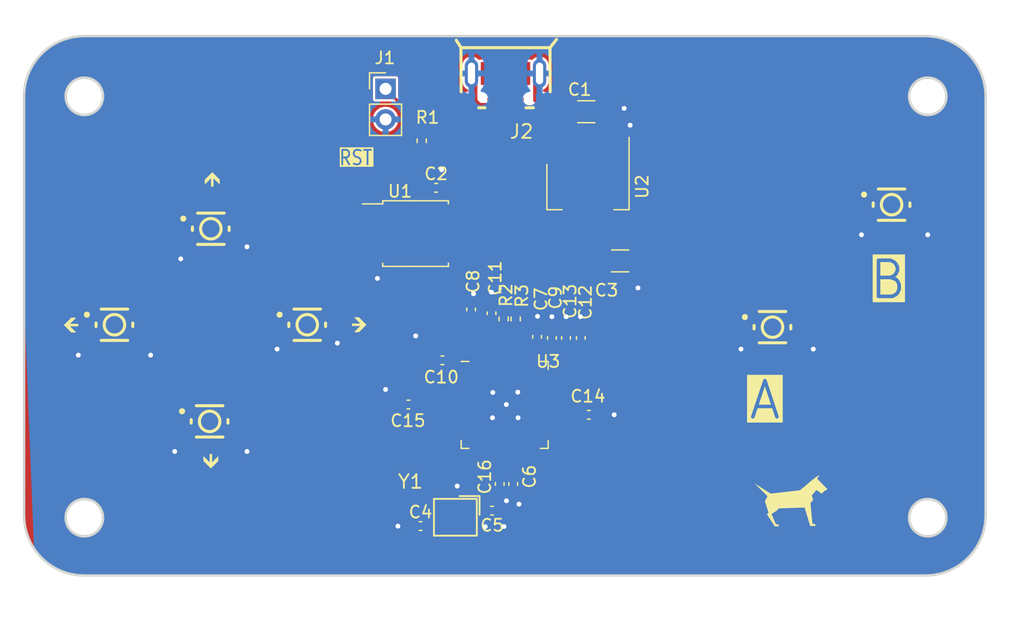
<source format=kicad_pcb>
(kicad_pcb (version 20221018) (generator pcbnew)
  (layers (0 "F.Cu" signal) (31 "B.Cu" signal) (34 "B.Paste" user) (35 "F.Paste" user) (36 "B.SilkS" user "B.Silkscreen") (37 "F.SilkS" user "F.Silkscreen") (38 "B.Mask" user) (39 "F.Mask" user) (44 "Edge.Cuts" user))
  (net 0 "")
  (net 1 "GND")
  (net 2 "Net-(U3-XIN)")
  (net 3 "Net-(U3-XOUT)")
  (net 4 "+3.3V")
  (net 5 "+1V1")
  (net 6 "VBUS")
  (net 7 "Net-(J1-Pin_1)")
  (net 8 "/USB_D-")
  (net 9 "/USB_D+")
  (net 11 "/GPIO_0")
  (net 12 "/GPIO_1")
  (net 13 "/GPIO_2")
  (net 14 "/GPIO_3")
  (net 15 "/GPIO_4")
  (net 16 "/GPIO_5")
  (net 17 "/GPIO_6")
  (net 18 "/GPIO_7")
  (net 19 "/GPIO_8")
  (net 20 "/GPIO_9")
  (net 21 "/GPIO_10")
  (net 22 "/GPIO_11")
  (net 23 "/GPIO_12")
  (net 24 "/GPIO_13")
  (net 25 "/GPIO_14")
  (net 26 "/GPIO_15")
  (net 27 "/RUN")
  (net 28 "/GPIO_16")
  (net 29 "/GPIO_17")
  (net 30 "/GPIO_18")
  (net 31 "/GPIO_19")
  (net 32 "/GPIO_20")
  (net 33 "/GPIO_21")
  (net 34 "/GPIO_22")
  (net 35 "/GPIO_23")
  (net 36 "/GPIO_24")
  (net 37 "/GPIO_25")
  (net 38 "/GPIO_26_ADC0")
  (net 39 "/GPIO_26_ADC1")
  (net 40 "/GPIO_26_ADC2")
  (net 41 "/GPIO_26_ADC3")
  (net 42 "/SWCLK")
  (net 43 "/SWD")
  (net 44 "/QSPI_SS")
  (net 45 "Net-(U3-USB_DP)")
  (net 46 "Net-(U3-USB_DM)")
  (net 47 "/QSPI_SD3")
  (net 48 "/QSPI_SCLK")
  (net 49 "/QSPI_SD0")
  (net 50 "/QSPI_SD2")
  (net 51 "/QSPI_SD1")
  (footprint "Capacitor_SMD:C_0402_1005Metric" (layer "F.Cu") (at 112.405 79.495)
    (fp_text reference "C4")
    (fp_text value "12pF")
  )
  (footprint "Capacitor_SMD:C_1206_3216Metric" (layer "F.Cu") (at 128.975 57.47)
    (fp_text reference "C3")
    (fp_text value "10uF")
  )
  (footprint "Resistor_SMD:R_0402_1005Metric" (layer "F.Cu") (at 119.3 62.29 -90)
    (fp_text reference "R2")
    (fp_text value "27r")
  )
  (footprint "Capacitor_SMD:C_0402_1005Metric" (layer "F.Cu") (at 123.305 63.865 90)
    (fp_text reference "C9")
    (fp_text value "1uF")
  )
  (footprint "Resistor_SMD:R_0402_1005Metric" (layer "F.Cu") (at 112.5 47.49 -90)
    (fp_text reference "R1")
    (fp_text value "1k")
  )
  (footprint "Package_DFN_QFN:QFN-56-1EP_7x7mm_P0.4mm_EP3.2x3.2mm" (layer "F.Cu") (at 119.385 69.4325)
    (fp_text reference "U3")
    (fp_text value "RP2040")
  )
  (footprint "cdog:Game_Conn_Button_C221902" (layer "F.Cu") (at 95 54.8)
    (fp_text reference "U4" hide)
    (fp_text value "~" hide)
  )
  (footprint "Connector_PinHeader_2.54mm:PinHeader_1x02_P2.54mm_Vertical" (layer "F.Cu") (at 109.5 43.18)
    (fp_text reference "J1")
    (fp_text value "Conn_01x02_Pin")
  )
  (footprint "Capacitor_SMD:C_0402_1005Metric" (layer "F.Cu") (at 122.075 63.775 90)
    (fp_text reference "C7")
    (fp_text value "1uF")
  )
  (footprint "Capacitor_SMD:C_0402_1005Metric" (layer "F.Cu") (at 126.375 70.255)
    (fp_text reference "C14")
    (fp_text value "100nF")
  )
  (footprint "Capacitor_SMD:C_0402_1005Metric" (layer "F.Cu") (at 118.345 78.215 180)
    (fp_text reference "C5")
    (fp_text value "12pF")
  )
  (footprint "Capacitor_SMD:C_0402_1005Metric" (layer "F.Cu") (at 116.6 61.5 90)
    (fp_text reference "C8")
    (fp_text value "100nF")
  )
  (footprint "Resistor_SMD:R_0402_1005Metric" (layer "F.Cu") (at 120.3 62.29 90)
    (fp_text reference "R3")
    (fp_text value "27r")
  )
  (footprint "Capacitor_SMD:C_0402_1005Metric" (layer "F.Cu") (at 113.7 51.4)
    (fp_text reference "C2")
    (fp_text value "100nf")
  )
  (footprint "Capacitor_SMD:C_0402_1005Metric" (layer "F.Cu") (at 118.3 61.82 90)
    (fp_text reference "C11")
    (fp_text value "100nF")
  )
  (footprint "cdog:Xstal_2520_4P_XYDBPCNANF-12MHZ" (layer "F.Cu") (at 115.295 78.765 180)
    (fp_text reference "Y1")
    (fp_text value "XYDBPCNANF-12MHZ" hide)
  )
  (footprint "cdog:Game_Conn_Button_C221902" (layer "F.Cu") (at 141.615 62.975)
    (fp_text reference "U8" hide)
    (fp_text value "~" hide)
  )
  (footprint "Package_SO:SOIC-8_5.23x5.23mm_P1.27mm" (layer "F.Cu") (at 111.99 55.2)
    (fp_text reference "U1")
    (fp_text value "W25Q128JVS")
  )
  (footprint "cdog:Game_Conn_Button_C221902" (layer "F.Cu") (at 103 62.775)
    (fp_text reference "U5" hide)
    (fp_text value "~" hide)
  )
  (footprint "Capacitor_SMD:C_0402_1005Metric" (layer "F.Cu") (at 114.215 65.725 180)
    (fp_text reference "C10")
    (fp_text value "100nF")
  )
  (footprint "Capacitor_SMD:C_0402_1005Metric" (layer "F.Cu") (at 125.705 63.865 90)
    (fp_text reference "C12")
    (fp_text value "100nF")
  )
  (footprint "cdog:Game_Conn_Button_C221902" (layer "F.Cu") (at 151.5 52.8)
    (fp_text reference "U9" hide)
    (fp_text value "~" hide)
  )
  (footprint "cdog:Game_Conn_Button_C221902" (layer "F.Cu") (at 94.9 70.8)
    (fp_text reference "U7" hide)
    (fp_text value "~" hide)
  )
  (footprint "Capacitor_SMD:C_0402_1005Metric" (layer "F.Cu") (at 111.395 69.4 180)
    (fp_text reference "C15")
    (fp_text value "100nF")
  )
  (footprint "CDog:MICRO-USB-SMD_C393940" (layer "F.Cu") (at 119.455 43.425 180)
    (fp_text reference "J2")
    (fp_text value "USB_B_Micro" hide)
  )
  (footprint "Capacitor_SMD:C_1206_3216Metric" (layer "F.Cu") (at 126.16 45.08)
    (fp_text reference "C1")
    (fp_text value "10uF")
  )
  (footprint "cdog:Game_Conn_Button_C221902" (layer "F.Cu") (at 87 62.775)
    (fp_text reference "U6" hide)
    (fp_text value "~" hide)
  )
  (footprint "Capacitor_SMD:C_0402_1005Metric" (layer "F.Cu") (at 118.975 75.995 -90)
    (fp_text reference "C16")
    (fp_text value "100nF")
  )
  (footprint "Capacitor_SMD:C_0402_1005Metric" (layer "F.Cu") (at 124.475 63.865 90)
    (fp_text reference "C13")
    (fp_text value "100nF")
  )
  (footprint "Package_TO_SOT_SMD:SOT-223" (layer "F.Cu") (at 126.3 51.31 -90)
    (fp_text reference "U2")
    (fp_text value "NCP1117ST33T3G1")
  )
  (footprint "Capacitor_SMD:C_0402_1005Metric" (layer "F.Cu") (at 120.095 75.995 -90)
    (fp_text reference "C6")
    (fp_text value "100nF")
  )
  (gr_poly (pts (xy 82.8 62.8) (xy 83.417973 62.182026) (xy 83.829955 62.182026) (xy 83.211982 62.8) (xy 83.829955 63.417973) (xy 83.417973 63.417973)) (fill solid) (layer "F.SilkS"))
  (gr_poly (pts (xy 95.117973 50.1) (xy 95.735947 50.717973) (xy 95.735947 51.129955) (xy 95.117973 50.511982) (xy 94.5 51.129955) (xy 94.5 50.717973)) (fill solid) (layer "F.SilkS"))
  (gr_poly (pts (xy 107.911982 62.775) (xy 107.294009 63.392974) (xy 106.882027 63.392974) (xy 107.5 62.775) (xy 106.882027 62.157027) (xy 107.294009 62.157027)) (fill solid) (layer "F.SilkS"))
  (gr_poly (pts (xy 95.220965 50.305986) (xy 95.220965 51.3) (xy 95.014974 51.3) (xy 95.014974 50.305986)) (fill solid) (layer "F.SilkS"))
  (gr_poly (pts (xy 145.5 75.27866) (xy 145.500383 75.27957) (xy 145.500511 75.280817) (xy 145.50039 75.282392) (xy 145.500023 75.284286) (xy 145.499418 75.28649) (xy 145.497509 75.291793) (xy 145.494706 75.298233) (xy 145.49105 75.305739) (xy 145.486583 75.314241) (xy 145.481346 75.32367) (xy 145.475382 75.333954) (xy 145.468732 75.345024) (xy 145.461437 75.356811) (xy 145.453541 75.369243) (xy 145.445083 75.382252) (xy 145.436107 75.395767) (xy 145.426654 75.409718) (xy 145.416766 75.424035) (xy 145.318862 75.564414) (xy 145.745822 75.99578) (xy 145.911516 76.164179) (xy 146.04706 76.303867) (xy 146.138473 76.40029) (xy 146.163262 76.427731) (xy 146.171775 76.4389) (xy 146.171597 76.439613) (xy 146.171069 76.440498) (xy 146.170201 76.441551) (xy 146.169001 76.442766) (xy 146.165641 76.44566) (xy 146.161061 76.44914) (xy 146.155333 76.453164) (xy 146.148528 76.45769) (xy 146.140717 76.462677) (xy 146.131973 76.468083) (xy 146.11197 76.479984) (xy 146.089089 76.493061) (xy 146.063905 76.50698) (xy 146.036989 76.521408) (xy 146.018462 76.531364) (xy 146.000937 76.541138) (xy 145.984321 76.550802) (xy 145.968522 76.560429) (xy 145.953444 76.570093) (xy 145.938995 76.579866) (xy 145.925082 76.589822) (xy 145.91161 76.600033) (xy 145.898487 76.610572) (xy 145.885619 76.621513) (xy 145.872911 76.632928) (xy 145.860272 76.64489) (xy 145.847607 76.657473) (xy 145.834824 76.67075) (xy 145.821827 76.684792) (xy 145.808525 76.699675) (xy 145.789325 76.721276) (xy 145.771066 76.741419) (xy 145.754173 76.759662) (xy 145.739069 76.775566) (xy 145.726178 76.788689) (xy 145.715926 76.798589) (xy 145.708735 76.804826) (xy 145.706421 76.806433) (xy 145.705031 76.806959) (xy 145.703052 76.80617) (xy 145.698998 76.803854) (xy 145.685112 76.794958) (xy 145.664268 76.780897) (xy 145.637363 76.762298) (xy 145.605291 76.739789) (xy 145.568948 76.713996) (xy 145.487032 76.655068) (xy 145.444673 76.624715) (xy 145.40449 76.596591) (xy 145.367409 76.571297) (xy 145.334357 76.549436) (xy 145.306262 76.531612) (xy 145.284051 76.518427) (xy 145.268652 76.510483) (xy 145.263796 76.508665) (xy 145.260991 76.508384) (xy 145.258326 76.510261) (xy 145.253857 76.514261) (xy 145.247686 76.520277) (xy 145.239917 76.528198) (xy 145.219998 76.549326) (xy 145.194928 76.576775) (xy 145.165536 76.609677) (xy 145.132649 76.647162) (xy 145.097096 76.688361) (xy 145.059705 76.732406) (xy 144.87529 76.951465) (xy 144.935246 77.132803) (xy 144.995189 77.314153) (xy 144.881406 77.44785) (xy 144.767605 77.581612) (xy 144.842405 78.391445) (xy 144.897423 78.978775) (xy 144.924677 79.25367) (xy 144.932173 79.306134) (xy 145.036345 79.310368) (xy 145.058421 79.311334) (xy 145.078176 79.312711) (xy 145.095718 79.314596) (xy 145.111152 79.317086) (xy 145.118112 79.318589) (xy 145.124586 79.320279) (xy 145.130586 79.322169) (xy 145.136126 79.32427) (xy 145.141219 79.326596) (xy 145.145879 79.329159) (xy 145.150119 79.331969) (xy 145.153952 79.335041) (xy 145.157391 79.338385) (xy 145.16045 79.342014) (xy 145.163143 79.34594) (xy 145.165482 79.350175) (xy 145.16748 79.354731) (xy 145.169152 79.359621) (xy 145.170511 79.364857) (xy 145.171569 79.37045) (xy 145.172341 79.376414) (xy 145.172839 79.382759) (xy 145.173068 79.396645) (xy 145.172363 79.412204) (xy 145.170831 79.429535) (xy 145.163465 79.498762) (xy 144.950518 79.492463) (xy 144.737564 79.486164) (xy 144.512687 78.725973) (xy 144.423923 78.430294) (xy 144.348477 78.187169) (xy 144.29433 78.021759) (xy 144.277737 77.97606) (xy 144.269462 77.959226) (xy 143.954971 77.965794) (xy 143.268639 77.987698) (xy 142.555091 78.013231) (xy 142.158954 78.030686) (xy 142.131011 78.033036) (xy 142.119636 78.034232) (xy 142.109818 78.035564) (xy 142.10143 78.03712) (xy 142.09434 78.038992) (xy 142.091242 78.040074) (xy 142.08842 78.041269) (xy 142.085858 78.042587) (xy 142.08354 78.044041) (xy 142.08145 78.045641) (xy 142.079572 78.047399) (xy 142.077889 78.049325) (xy 142.076384 78.051432) (xy 142.075043 78.053731) (xy 142.073849 78.056232) (xy 142.072786 78.058947) (xy 142.071837 78.061887) (xy 142.070217 78.068489) (xy 142.068861 78.076127) (xy 142.066423 78.094874) (xy 142.06507 78.104641) (xy 142.064226 78.109234) (xy 142.063216 78.11368) (xy 142.061999 78.118013) (xy 142.060533 78.122267) (xy 142.05878 78.126477) (xy 142.056696 78.130677) (xy 142.054243 78.134902) (xy 142.051378 78.139185) (xy 142.048061 78.143562) (xy 142.044251 78.148068) (xy 142.039907 78.152735) (xy 142.034989 78.157599) (xy 142.029456 78.162695) (xy 142.023266 78.168055) (xy 142.016379 78.173717) (xy 142.008754 78.179712) (xy 142.000351 78.186076) (xy 141.991128 78.192844) (xy 141.981044 78.20005) (xy 141.970059 78.207727) (xy 141.945222 78.224637) (xy 141.91629 78.243848) (xy 141.882937 78.265637) (xy 141.801656 78.318049) (xy 141.617463 78.436892) (xy 141.559861 78.474477) (xy 141.536842 78.48998) (xy 141.537066 78.492935) (xy 141.539133 78.500066) (xy 141.548439 78.525999) (xy 141.564039 78.56605) (xy 141.585215 78.618494) (xy 141.641417 78.753649) (xy 141.711292 78.917648) (xy 141.892607 79.338971) (xy 141.974202 79.345272) (xy 142.024847 79.349605) (xy 142.045465 79.351795) (xy 142.063209 79.354178) (xy 142.078277 79.356888) (xy 142.090866 79.360057) (xy 142.096292 79.361856) (xy 142.101173 79.36382) (xy 142.105532 79.365966) (xy 142.109394 79.368309) (xy 142.112785 79.370868) (xy 142.115728 79.373659) (xy 142.118249 79.376697) (xy 142.120371 79.380001) (xy 142.122121 79.383586) (xy 142.123521 79.38747) (xy 142.124597 79.391669) (xy 142.125374 79.396199) (xy 142.126128 79.406321) (xy 142.125979 79.417969) (xy 142.125126 79.431278) (xy 142.123765 79.446379) (xy 142.116437 79.521906) (xy 141.956367 79.521906) (xy 141.796297 79.521718) (xy 141.473911 79.018228) (xy 141.474024 79.017549) (xy 141.151639 78.514061) (xy 141.218968 78.451049) (xy 141.286302 78.387994) (xy 141.13679 77.914299) (xy 140.987279 77.440552) (xy 141.092041 77.232488) (xy 141.132749 77.150729) (xy 141.166142 77.081906) (xy 141.188772 77.033253) (xy 141.194972 77.018751) (xy 141.197188 77.012004) (xy 141.194528 77.008162) (xy 141.186637 76.999311) (xy 141.156228 76.967641) (xy 141.108097 76.919112) (xy 141.044383 76.855839) (xy 140.878749 76.693525) (xy 140.676424 76.497627) (xy 140.475397 76.302324) (xy 140.313292 76.141653) (xy 140.206659 76.032247) (xy 140.179316 76.001965) (xy 140.173043 75.993839) (xy 140.172047 75.990736) (xy 140.173724 75.990885) (xy 140.177002 75.992095) (xy 140.188192 75.997591) (xy 140.227961 76.020145) (xy 140.288717 76.056708) (xy 140.367823 76.105588) (xy 140.570531 76.233537) (xy 140.814987 76.390466) (xy 141.060908 76.547689) (xy 141.267602 76.676586) (xy 141.413365 76.763847) (xy 141.456614 76.787705) (xy 141.469643 76.793963) (xy 141.476491 76.796162) (xy 142.669874 76.6636) (xy 143.888218 76.52161) (xy 143.894685 76.518223) (xy 143.906993 76.509789) (xy 143.947852 76.478822) (xy 144.00823 76.430791) (xy 144.085565 76.36778) (xy 144.177295 76.291871) (xy 144.280855 76.205147) (xy 144.393683 76.10969) (xy 144.513216 76.007584) (xy 144.815836 75.749954) (xy 144.930491 75.654525) (xy 145.025953 75.577185) (xy 145.106154 75.514807) (xy 145.175026 75.464265) (xy 145.236502 75.422433) (xy 145.294513 75.386186) (xy 145.33291 75.363483) (xy 145.369334 75.34252) (xy 145.402945 75.323739) (xy 145.4329 75.307584) (xy 145.45836 75.294498) (xy 145.478484 75.284926) (xy 145.49243 75.27931) (xy 145.496823 75.278125) (xy 145.499357 75.278095)) (fill solid) (layer "F.SilkS"))
  (gr_poly (pts (xy 107.705996 62.877992) (xy 106.711982 62.877992) (xy 106.711982 62.672001) (xy 107.705996 62.672001)) (fill solid) (layer "F.SilkS"))
  (gr_poly (pts (xy 95 74.711982) (xy 94.382026 74.094009) (xy 94.382026 73.682027) (xy 95 74.3) (xy 95.617973 73.682027) (xy 95.617973 74.094009)) (fill solid) (layer "F.SilkS"))
  (gr_poly (pts (xy 83.005986 62.697008) (xy 84 62.697008) (xy 84 62.902999) (xy 83.005986 62.902999)) (fill solid) (layer "F.SilkS"))
  (gr_poly (pts (xy 94.897008 74.505996) (xy 94.897008 73.511982) (xy 95.102999 73.511982) (xy 95.102999 74.505996)) (fill solid) (layer "F.SilkS"))
  (gr_line (start 153.514038 79.996049) (end 153.457797 79.947331) (stroke (width 0.199999)) (layer "Edge.Cuts"))
  (gr_line (start 159.29348 78.857294) (end 159.274172 79.111217) (stroke (width 0.199999)) (layer "Edge.Cuts"))
  (gr_line (start 153.019665 78.33907) (end 153.044034 78.26705) (stroke (width 0.199999)) (layer "Edge.Cuts"))
  (gr_line (start 83.457815 79.947331) (end 83.403985 79.896009) (stroke (width 0.199999)) (layer "Edge.Cuts"))
  (gr_line (start 158.907061 80.546223) (end 158.806932 80.767704) (stroke (width 0.199999)) (layer "Edge.Cuts"))
  (gr_line (start 83.63338 45.085284) (end 83.57261 45.04207) (stroke (width 0.199999)) (layer "Edge.Cuts"))
  (gr_line (start 79.601583 42.792326) (end 79.657414 42.550423) (stroke (width 0.199999)) (layer "Edge.Cuts"))
  (gr_line (start 82.998798 44.187369) (end 82.981491 44.112379) (stroke (width 0.199999)) (layer "Edge.Cuts"))
  (gr_line (start 153.827994 42.402848) (end 153.896653 42.371808) (stroke (width 0.199999)) (layer "Edge.Cuts"))
  (gr_line (start 154.812362 80.318504) (end 154.736033 80.332135) (stroke (width 0.199999)) (layer "Edge.Cuts"))
  (gr_line (start 83.967058 77.344049) (end 84.039077 77.319681) (stroke (width 0.199999)) (layer "Edge.Cuts"))
  (gr_line (start 83.828011 42.402848) (end 83.89667 42.371808) (stroke (width 0.199999)) (layer "Edge.Cuts"))
  (gr_line (start 82.958003 78.641513) (end 82.96786 78.563942) (stroke (width 0.199999)) (layer "Edge.Cuts"))
  (gr_line (start 82.96786 78.563942) (end 82.981491 78.487613) (stroke (width 0.199999)) (layer "Edge.Cuts"))
  (gr_line (start 155.897139 43.128012) (end 155.928179 43.196671) (stroke (width 0.199999)) (layer "Edge.Cuts"))
  (gr_line (start 153.044034 79.332934) (end 153.019665 79.260914) (stroke (width 0.199999)) (layer "Edge.Cuts"))
  (gr_line (start 85.928192 78.196663) (end 85.955945 78.26705) (stroke (width 0.199999)) (layer "Edge.Cuts"))
  (gr_line (start 84.341521 77.257999) (end 84.420237 77.252013) (stroke (width 0.199999)) (layer "Edge.Cuts"))
  (gr_line (start 152.951997 43.879763) (end 152.94998 43.8) (stroke (width 0.199999)) (layer "Edge.Cuts"))
  (gr_line (start 155.061436 83.542384) (end 154.811207 83.57418) (stroke (width 0.199999)) (layer "Edge.Cuts"))
  (gr_line (start 83.352662 44.842185) (end 83.303945 44.785944) (stroke (width 0.199999)) (layer "Edge.Cuts"))
  (gr_line (start 155.742055 44.72739) (end 155.69604 44.785944) (stroke (width 0.199999)) (layer "Edge.Cuts"))
  (gr_line (start 83.457815 77.652656) (end 83.514056 77.603939) (stroke (width 0.199999)) (layer "Edge.Cuts"))
  (gr_line (start 155.69604 42.814057) (end 155.742055 42.872611) (stroke (width 0.199999)) (layer "Edge.Cuts"))
  (gr_line (start 82.96786 79.036041) (end 82.958003 78.95847) (stroke (width 0.199999)) (layer "Edge.Cuts"))
  (gr_line (start 159.242375 43.03855) (end 159.274172 43.28878) (stroke (width 0.199999)) (layer "Edge.Cuts"))
  (gr_line (start 153.514038 42.603946) (end 153.572593 42.557931) (stroke (width 0.199999)) (layer "Edge.Cuts"))
  (gr_line (start 82.952017 43.879763) (end 82.95 43.8) (stroke (width 0.199999)) (layer "Edge.Cuts"))
  (gr_line (start 153.352644 42.757816) (end 153.403966 42.703986) (stroke (width 0.199999)) (layer "Edge.Cuts"))
  (gr_line (start 154.736033 80.332135) (end 154.658462 80.341992) (stroke (width 0.199999)) (layer "Edge.Cuts"))
  (gr_line (start 154.579746 45.347983) (end 154.499983 45.349999) (stroke (width 0.199999)) (layer "Edge.Cuts"))
  (gr_line (start 156.467692 39.293056) (end 156.683282 39.403474) (stroke (width 0.199999)) (layer "Edge.Cuts"))
  (gr_line (start 153.214697 42.933381) (end 153.257911 42.872611) (stroke (width 0.199999)) (layer "Edge.Cuts"))
  (gr_line (start 153.457797 77.652656) (end 153.514038 77.603939) (stroke (width 0.199999)) (layer "Edge.Cuts"))
  (gr_line (start 83.63338 77.514711) (end 83.696268 77.474394) (stroke (width 0.199999)) (layer "Edge.Cuts"))
  (gr_line (start 86.047982 78.879754) (end 86.041996 78.95847) (stroke (width 0.199999)) (layer "Edge.Cuts"))
  (gr_line (start 82.96786 43.563951) (end 82.981491 43.487621) (stroke (width 0.199999)) (layer "Edge.Cuts"))
  (gr_line (start 155.171973 77.402842) (end 155.238806 77.437072) (stroke (width 0.199999)) (layer "Edge.Cuts"))
  (gr_line (start 85.542184 44.947338) (end 85.485943 44.996055) (stroke (width 0.199999)) (layer "Edge.Cuts"))
  (gr_line (start 156.041984 78.95847) (end 156.032127 79.036041) (stroke (width 0.199999)) (layer "Edge.Cuts"))
  (gr_line (start 155.955932 44.332942) (end 155.928179 44.40333) (stroke (width 0.199999)) (layer "Edge.Cuts"))
  (gr_line (start 84.499999 77.249996) (end 84.579762 77.252013) (stroke (width 0.199999)) (layer "Edge.Cuts"))
  (gr_line (start 155.980301 43.339078) (end 156.001188 43.412631) (stroke (width 0.199999)) (layer "Edge.Cuts"))
  (gr_line (start 153.257911 77.872604) (end 153.303926 77.81405) (stroke (width 0.199999)) (layer "Edge.Cuts"))
  (gr_line (start 155.596 77.703979) (end 155.647323 77.757809) (stroke (width 0.199999)) (layer "Edge.Cuts"))
  (gr_line (start 156.032127 43.563951) (end 156.041984 43.641522) (stroke (width 0.199999)) (layer "Edge.Cuts"))
  (gr_line (start 156.892667 82.876129) (end 156.683282 82.996523) (stroke (width 0.199999)) (layer "Edge.Cuts"))
  (gr_line (start 84.187621 77.281487) (end 84.26395 77.267856) (stroke (width 0.199999)) (layer "Edge.Cuts"))
  (gr_line (start 152.957983 78.95847) (end 152.951997 78.879754) (stroke (width 0.199999)) (layer "Edge.Cuts"))
  (gr_line (start 153.044034 78.26705) (end 153.071787 78.196663) (stroke (width 0.199999)) (layer "Edge.Cuts"))
  (gr_line (start 85.785283 79.666612) (end 85.742069 79.727382) (stroke (width 0.199999)) (layer "Edge.Cuts"))
  (gr_line (start 84.499999 42.250001) (end 84.579762 42.252018) (stroke (width 0.199999)) (layer "Edge.Cuts"))
  (gr_line (start 155.69604 44.785944) (end 155.647323 44.842185) (stroke (width 0.199999)) (layer "Edge.Cuts"))
  (gr_line (start 85.8256 44.603731) (end 85.785283 44.66662) (stroke (width 0.199999)) (layer "Edge.Cuts"))
  (gr_line (start 81.138113 40.098911) (end 81.319536 39.941758) (stroke (width 0.199999)) (layer "Edge.Cuts"))
  (gr_line (start 81.704453 82.746075) (end 81.508421 82.606673) (stroke (width 0.199999)) (layer "Edge.Cuts"))
  (gr_line (start 155.647323 42.757816) (end 155.69604 42.814057) (stroke (width 0.199999)) (layer "Edge.Cuts"))
  (gr_line (start 84.26395 42.267861) (end 84.341521 42.258004) (stroke (width 0.199999)) (layer "Edge.Cuts"))
  (gr_line (start 83.214716 79.666612) (end 83.174399 79.603724) (stroke (width 0.199999)) (layer "Edge.Cuts"))
  (gr_line (start 85.103329 42.371808) (end 85.171988 42.402848) (stroke (width 0.199999)) (layer "Edge.Cuts"))
  (gr_line (start 155.366604 42.514717) (end 155.427374 42.557931) (stroke (width 0.199999)) (layer "Edge.Cuts"))
  (gr_line (start 153.019665 44.260923) (end 152.998778 44.187369) (stroke (width 0.199999)) (layer "Edge.Cuts"))
  (gr_line (start 83.044054 79.332934) (end 83.019685 79.260914) (stroke (width 0.199999)) (layer "Edge.Cuts"))
  (gr_line (start 84.11263 42.2988) (end 84.187621 42.281492) (stroke (width 0.199999)) (layer "Edge.Cuts"))
  (gr_line (start 85.366619 45.085284) (end 85.30373 45.125601) (stroke (width 0.199999)) (layer "Edge.Cuts"))
  (gr_line (start 156.049986 43.8) (end 156.047969 43.879763) (stroke (width 0.199999)) (layer "Edge.Cuts"))
  (gr_line (start 84.11263 80.301196) (end 84.039077 80.280309) (stroke (width 0.199999)) (layer "Edge.Cuts"))
  (gr_line (start 85.485943 42.603946) (end 85.542184 42.652663) (stroke (width 0.199999)) (layer "Edge.Cuts"))
  (gr_line (start 158.306663 81.591577) (end 158.158229 81.780461) (stroke (width 0.199999)) (layer "Edge.Cuts"))
  (gr_line (start 82.332293 39.293056) (end 82.553774 39.192926) (stroke (width 0.199999)) (layer "Edge.Cuts"))
  (gr_line (start 84.187621 42.281492) (end 84.26395 42.267861) (stroke (width 0.199999)) (layer "Edge.Cuts"))
  (gr_line (start 152.981471 78.487613) (end 152.998778 78.412623) (stroke (width 0.199999)) (layer "Edge.Cuts"))
  (gr_line (start 83.89667 80.228187) (end 83.828011 80.197147) (stroke (width 0.199999)) (layer "Edge.Cuts"))
  (gr_line (start 83.044054 44.332942) (end 83.019685 44.260923) (stroke (width 0.199999)) (layer "Edge.Cuts"))
  (gr_line (start 80.641757 81.780461) (end 80.493323 81.591577) (stroke (width 0.199999)) (layer "Edge.Cuts"))
  (gr_line (start 155.786832 83.375205) (end 155.549563 83.442582) (stroke (width 0.199999)) (layer "Edge.Cuts"))
  (gr_line (start 155.955932 78.26705) (end 155.980301 78.33907) (stroke (width 0.199999)) (layer "Edge.Cuts"))
  (gr_line (start 154.112614 77.298794) (end 154.187604 77.281487) (stroke (width 0.199999)) (layer "Edge.Cuts"))
  (gr_line (start 85.647337 77.757809) (end 85.696054 77.81405) (stroke (width 0.199999)) (layer "Edge.Cuts"))
  (gr_line (start 152.951997 78.879754) (end 152.94998 78.799992) (stroke (width 0.199999)) (layer "Edge.Cuts"))
  (gr_line (start 155.825587 44.603731) (end 155.78527 44.66662) (stroke (width 0.199999)) (layer "Edge.Cuts"))
  (gr_line (start 153.102828 43.128012) (end 153.137058 43.061179) (stroke (width 0.199999)) (layer "Edge.Cuts"))
  (gr_line (start 82.116703 39.403474) (end 82.332293 39.293056) (stroke (width 0.199999)) (layer "Edge.Cuts"))
  (gr_line (start 153.214697 77.933374) (end 153.257911 77.872604) (stroke (width 0.199999)) (layer "Edge.Cuts"))
  (gr_line (start 80.964466 82.135531) (end 80.79891 81.961884) (stroke (width 0.199999)) (layer "Edge.Cuts"))
  (gr_line (start 153.071787 78.196663) (end 153.102828 78.128004) (stroke (width 0.199999)) (layer "Edge.Cuts"))
  (gr_line (start 155.103313 77.371802) (end 155.171973 77.402842) (stroke (width 0.199999)) (layer "Edge.Cuts"))
  (gr_line (start 83.738549 83.542384) (end 83.492325 83.498413) (stroke (width 0.199999)) (layer "Edge.Cuts"))
  (gr_line (start 86.018508 78.487613) (end 86.032139 78.563942) (stroke (width 0.199999)) (layer "Edge.Cuts"))
  (gr_line (start 84.736049 45.33214) (end 84.658478 45.341997) (stroke (width 0.199999)) (layer "Edge.Cuts"))
  (gr_line (start 153.137058 43.061179) (end 153.17438 42.996269) (stroke (width 0.199999)) (layer "Edge.Cuts"))
  (gr_line (start 156.049986 78.799992) (end 156.047969 78.879754) (stroke (width 0.199999)) (layer "Edge.Cuts"))
  (gr_line (start 156.047969 43.879763) (end 156.041984 43.958479) (stroke (width 0.199999)) (layer "Edge.Cuts"))
  (gr_line (start 156.001188 78.412623) (end 156.018496 78.487613) (stroke (width 0.199999)) (layer "Edge.Cuts"))
  (gr_line (start 83.89667 42.371808) (end 83.967058 42.344055) (stroke (width 0.199999)) (layer "Edge.Cuts"))
  (gr_line (start 155.303715 45.125601) (end 155.238806 45.162923) (stroke (width 0.199999)) (layer "Edge.Cuts"))
  (gr_line (start 86.047982 43.879763) (end 86.041996 43.958479) (stroke (width 0.199999)) (layer "Edge.Cuts"))
  (gr_line (start 83.214716 42.933381) (end 83.25793 42.872611) (stroke (width 0.199999)) (layer "Edge.Cuts"))
  (gr_line (start 155.825587 42.996269) (end 155.862909 43.061179) (stroke (width 0.199999)) (layer "Edge.Cuts"))
  (gr_line (start 155.542169 77.652656) (end 155.596 77.703979) (stroke (width 0.199999)) (layer "Edge.Cuts"))
  (gr_line (start 154.960906 77.319681) (end 155.032925 77.344049) (stroke (width 0.199999)) (layer "Edge.Cuts"))
  (gr_line (start 81.508421 82.606673) (end 81.319536 82.458239) (stroke (width 0.199999)) (layer "Edge.Cuts"))
  (gr_line (start 85.8256 79.603724) (end 85.785283 79.666612) (stroke (width 0.199999)) (layer "Edge.Cuts"))
  (gr_line (start 82.981491 79.112371) (end 82.96786 79.036041) (stroke (width 0.199999)) (layer "Edge.Cuts"))
  (gr_line (start 83.019685 44.260923) (end 82.998798 44.187369) (stroke (width 0.199999)) (layer "Edge.Cuts"))
  (gr_line (start 85.785283 44.66662) (end 85.742069 44.72739) (stroke (width 0.199999)) (layer "Edge.Cuts"))
  (gr_line (start 85.427389 45.04207) (end 85.366619 45.085284) (stroke (width 0.199999)) (layer "Edge.Cuts"))
  (gr_line (start 83.250422 83.442582) (end 83.013153 83.375205) (stroke (width 0.199999)) (layer "Edge.Cuts"))
  (gr_line (start 154.960906 42.319686) (end 155.032925 42.344055) (stroke (width 0.199999)) (layer "Edge.Cuts"))
  (gr_line (start 84.887368 77.298794) (end 84.960922 77.319681) (stroke (width 0.199999)) (layer "Edge.Cuts"))
  (gr_line (start 153.102828 79.471981) (end 153.071787 79.403322) (stroke (width 0.199999)) (layer "Edge.Cuts"))
  (gr_line (start 85.30373 42.4744) (end 85.366619 42.514717) (stroke (width 0.199999)) (layer "Edge.Cuts"))
  (gr_line (start 84.039077 42.319686) (end 84.11263 42.2988) (stroke (width 0.199999)) (layer "Edge.Cuts"))
  (gr_line (start 85.928192 43.196671) (end 85.955945 43.267059) (stroke (width 0.199999)) (layer "Edge.Cuts"))
  (gr_line (start 83.303945 44.785944) (end 83.25793 44.72739) (stroke (width 0.199999)) (layer "Edge.Cuts"))
  (gr_line (start 82.96786 44.03605) (end 82.958003 43.958479) (stroke (width 0.199999)) (layer "Edge.Cuts"))
  (gr_line (start 153.967041 80.255941) (end 153.896653 80.228187) (stroke (width 0.199999)) (layer "Edge.Cuts"))
  (gr_line (start 156.018496 44.112379) (end 156.001188 44.187369) (stroke (width 0.199999)) (layer "Edge.Cuts"))
  (gr_line (start 85.647337 42.757816) (end 85.696054 42.814057) (stroke (width 0.199999)) (layer "Edge.Cuts"))
  (gr_line (start 155.238806 45.162923) (end 155.171973 45.197153) (stroke (width 0.199999)) (layer "Edge.Cuts"))
  (gr_line (start 154.42022 42.252018) (end 154.499983 42.250001) (stroke (width 0.199999)) (layer "Edge.Cuts"))
  (gr_line (start 153.257911 44.72739) (end 153.214697 44.66662) (stroke (width 0.199999)) (layer "Edge.Cuts"))
  (gr_line (start 153.019665 43.339078) (end 153.044034 43.267059) (stroke (width 0.199999)) (layer "Edge.Cuts"))
  (gr_line (start 85.366619 77.514711) (end 85.427389 77.557925) (stroke (width 0.199999)) (layer "Edge.Cuts"))
  (gr_line (start 155.862909 78.061171) (end 155.897139 78.128004) (stroke (width 0.199999)) (layer "Edge.Cuts"))
  (gr_line (start 83.019685 43.339078) (end 83.044054 43.267059) (stroke (width 0.199999)) (layer "Edge.Cuts"))
  (gr_line (start 83.044054 78.26705) (end 83.071807 78.196663) (stroke (width 0.199999)) (layer "Edge.Cuts"))
  (gr_line (start 153.102828 78.128004) (end 153.137058 78.061171) (stroke (width 0.199999)) (layer "Edge.Cuts"))
  (gr_line (start 80.493323 40.808422) (end 80.641757 40.619537) (stroke (width 0.199999)) (layer "Edge.Cuts"))
  (gr_line (start 155.69604 77.81405) (end 155.742055 77.872604) (stroke (width 0.199999)) (layer "Edge.Cuts"))
  (gr_line (start 84.579762 80.347978) (end 84.499999 80.349995) (stroke (width 0.199999)) (layer "Edge.Cuts"))
  (gr_line (start 83.137077 44.538822) (end 83.102847 44.471989) (stroke (width 0.199999)) (layer "Edge.Cuts"))
  (gr_line (start 82.952017 43.720237) (end 82.958003 43.641522) (stroke (width 0.199999)) (layer "Edge.Cuts"))
  (gr_line (start 85.785283 77.933374) (end 85.8256 77.996262) (stroke (width 0.199999)) (layer "Edge.Cuts"))
  (gr_line (start 82.952017 78.720229) (end 82.958003 78.641513) (stroke (width 0.199999)) (layer "Edge.Cuts"))
  (gr_line (start 154.263934 45.33214) (end 154.187604 45.318509) (stroke (width 0.199999)) (layer "Edge.Cuts"))
  (gr_line (start 79.601583 79.607671) (end 79.557612 79.361447) (stroke (width 0.199999)) (layer "Edge.Cuts"))
  (gr_line (start 84.960922 77.319681) (end 85.032941 77.344049) (stroke (width 0.199999)) (layer "Edge.Cuts"))
  (gr_line (start 154.112614 42.2988) (end 154.187604 42.281492) (stroke (width 0.199999)) (layer "Edge.Cuts"))
  (gr_line (start 155.427374 80.042063) (end 155.366604 80.085278) (stroke (width 0.199999)) (layer "Edge.Cuts"))
  (gr_line (start 83.89667 45.228193) (end 83.828011 45.197153) (stroke (width 0.199999)) (layer "Edge.Cuts"))
  (gr_line (start 84.2427 38.806507) (end 84.499999 38.800001) (stroke (width 0.199999)) (layer "Edge.Cuts"))
  (gr_line (start 153.17438 77.996262) (end 153.214697 77.933374) (stroke (width 0.199999)) (layer "Edge.Cuts"))
  (gr_line (start 83.303945 42.814057) (end 83.352662 42.757816) (stroke (width 0.199999)) (layer "Edge.Cuts"))
  (gr_line (start 154.960906 45.280315) (end 154.887352 45.301201) (stroke (width 0.199999)) (layer "Edge.Cuts"))
  (gr_line (start 83.071807 78.196663) (end 83.102847 78.128004) (stroke (width 0.199999)) (layer "Edge.Cuts"))
  (gr_line (start 159.075196 80.086844) (end 158.996587 80.319164) (stroke (width 0.199999)) (layer "Edge.Cuts"))
  (gr_line (start 83.696268 45.125601) (end 83.63338 45.085284) (stroke (width 0.199999)) (layer "Edge.Cuts"))
  (gr_line (start 155.928179 44.40333) (end 155.897139 44.471989) (stroke (width 0.199999)) (layer "Edge.Cuts"))
  (gr_line (start 82.981491 78.487613) (end 82.998798 78.412623) (stroke (width 0.199999)) (layer "Edge.Cuts"))
  (gr_line (start 153.071787 44.40333) (end 153.044034 44.332942) (stroke (width 0.199999)) (layer "Edge.Cuts"))
  (gr_line (start 155.78527 77.933374) (end 155.825587 77.996262) (stroke (width 0.199999)) (layer "Edge.Cuts"))
  (gr_line (start 84.812378 42.281492) (end 84.887368 42.2988) (stroke (width 0.199999)) (layer "Edge.Cuts"))
  (gr_line (start 158.696513 80.983294) (end 158.576119 81.192679) (stroke (width 0.199999)) (layer "Edge.Cuts"))
  (gr_line (start 86.047982 78.720229) (end 86.049999 78.799992) (stroke (width 0.199999)) (layer "Edge.Cuts"))
  (gr_line (start 155.032925 42.344055) (end 155.103313 42.371808) (stroke (width 0.199999)) (layer "Edge.Cuts"))
  (gr_line (start 79.525815 79.111217) (end 79.506506 78.857294) (stroke (width 0.199999)) (layer "Edge.Cuts"))
  (gr_line (start 155.862909 43.061179) (end 155.897139 43.128012) (stroke (width 0.199999)) (layer "Edge.Cuts"))
  (gr_line (start 83.492325 83.498413) (end 83.250422 83.442582) (stroke (width 0.199999)) (layer "Edge.Cuts"))
  (gr_line (start 154.811207 38.825816) (end 155.061436 38.857613) (stroke (width 0.199999)) (layer "Edge.Cuts"))
  (gr_line (start 84.658478 77.257999) (end 84.736049 77.267856) (stroke (width 0.199999)) (layer "Edge.Cuts"))
  (gr_line (start 155.485928 79.996049) (end 155.427374 80.042063) (stroke (width 0.199999)) (layer "Edge.Cuts"))
  (gr_line (start 157.661872 82.301087) (end 157.48045 82.458239) (stroke (width 0.199999)) (layer "Edge.Cuts"))
  (gr_line (start 85.30373 77.474394) (end 85.366619 77.514711) (stroke (width 0.199999)) (layer "Edge.Cuts"))
  (gr_line (start 83.403985 42.703986) (end 83.457815 42.652663) (stroke (width 0.199999)) (layer "Edge.Cuts"))
  (gr_line (start 154.03906 42.319686) (end 154.112614 42.2988) (stroke (width 0.199999)) (layer "Edge.Cuts"))
  (gr_line (start 81.508421 39.793324) (end 81.704453 39.653923) (stroke (width 0.199999)) (layer "Edge.Cuts"))
  (gr_line (start 153.457797 44.947338) (end 153.403966 44.896015) (stroke (width 0.199999)) (layer "Edge.Cuts"))
  (gr_line (start 84.420237 45.347983) (end 84.341521 45.341997) (stroke (width 0.199999)) (layer "Edge.Cuts"))
  (gr_line (start 85.955945 78.26705) (end 85.980314 78.33907) (stroke (width 0.199999)) (layer "Edge.Cuts"))
  (gr_line (start 155.171973 80.197147) (end 155.103313 80.228187) (stroke (width 0.199999)) (layer "Edge.Cuts"))
  (gr_line (start 153.403966 44.896015) (end 153.352644 44.842185) (stroke (width 0.199999)) (layer "Edge.Cuts"))
  (gr_line (start 83.214716 77.933374) (end 83.25793 77.872604) (stroke (width 0.199999)) (layer "Edge.Cuts"))
  (gr_line (start 85.696054 77.81405) (end 85.742069 77.872604) (stroke (width 0.199999)) (layer "Edge.Cuts"))
  (gr_line (start 86.041996 78.95847) (end 86.032139 79.036041) (stroke (width 0.199999)) (layer "Edge.Cuts"))
  (gr_line (start 79.657414 42.550423) (end 79.72479 42.313154) (stroke (width 0.199999)) (layer "Edge.Cuts"))
  (gr_line (start 153.827994 45.197153) (end 153.761161 45.162923) (stroke (width 0.199999)) (layer "Edge.Cuts"))
  (gr_line (start 85.171988 77.402842) (end 85.238821 77.437072) (stroke (width 0.199999)) (layer "Edge.Cuts"))
  (gr_line (start 153.303926 42.814057) (end 153.352644 42.757816) (stroke (width 0.199999)) (layer "Edge.Cuts"))
  (gr_line (start 83.102847 43.128012) (end 83.137077 43.061179) (stroke (width 0.199999)) (layer "Edge.Cuts"))
  (gr_line (start 155.897139 44.471989) (end 155.862909 44.538822) (stroke (width 0.199999)) (layer "Edge.Cuts"))
  (gr_line (start 154.736033 42.267861) (end 154.812362 42.281492) (stroke (width 0.199999)) (layer "Edge.Cuts"))
  (gr_line (start 85.427389 80.042063) (end 85.366619 80.085278) (stroke (width 0.199999)) (layer "Edge.Cuts"))
  (gr_line (start 83.137077 79.538814) (end 83.102847 79.471981) (stroke (width 0.199999)) (layer "Edge.Cuts"))
  (gr_line (start 155.78527 44.66662) (end 155.742055 44.72739) (stroke (width 0.199999)) (layer "Edge.Cuts"))
  (gr_line (start 84.11263 77.298794) (end 84.187621 77.281487) (stroke (width 0.199999)) (layer "Edge.Cuts"))
  (gr_line (start 155.103313 45.228193) (end 155.032925 45.255946) (stroke (width 0.199999)) (layer "Edge.Cuts"))
  (gr_line (start 85.596014 42.703986) (end 85.647337 42.757816) (stroke (width 0.199999)) (layer "Edge.Cuts"))
  (gr_line (start 84.812378 77.281487) (end 84.887368 77.298794) (stroke (width 0.199999)) (layer "Edge.Cuts"))
  (gr_line (start 155.032925 45.255946) (end 154.960906 45.280315) (stroke (width 0.199999)) (layer "Edge.Cuts"))
  (gr_line (start 83.013153 39.024792) (end 83.250422 38.957415) (stroke (width 0.199999)) (layer "Edge.Cuts"))
  (gr_line (start 153.761161 77.437072) (end 153.827994 77.402842) (stroke (width 0.199999)) (layer "Edge.Cuts"))
  (gr_line (start 158.001076 40.438114) (end 158.158229 40.619537) (stroke (width 0.199999)) (layer "Edge.Cuts"))
  (gr_line (start 155.366604 77.514711) (end 155.427374 77.557925) (stroke (width 0.199999)) (layer "Edge.Cuts"))
  (gr_line (start 80.223867 81.192679) (end 80.103473 80.983294) (stroke (width 0.199999)) (layer "Edge.Cuts"))
  (gr_line (start 82.981491 44.112379) (end 82.96786 44.03605) (stroke (width 0.199999)) (layer "Edge.Cuts"))
  (gr_line (start 159.198404 42.792326) (end 159.242375 43.03855) (stroke (width 0.199999)) (layer "Edge.Cuts"))
  (gr_line (start 158.158229 81.780461) (end 158.001076 81.961884) (stroke (width 0.199999)) (layer "Edge.Cuts"))
  (gr_line (start 153.403966 79.896009) (end 153.352644 79.842178) (stroke (width 0.199999)) (layer "Edge.Cuts"))
  (gr_line (start 155.825587 77.996262) (end 155.862909 78.061171) (stroke (width 0.199999)) (layer "Edge.Cuts"))
  (gr_line (start 155.549563 83.442582) (end 155.30766 83.498413) (stroke (width 0.199999)) (layer "Edge.Cuts"))
  (gr_line (start 155.485928 77.603939) (end 155.542169 77.652656) (stroke (width 0.199999)) (layer "Edge.Cuts"))
  (gr_line (start 81.704453 39.653923) (end 81.907318 39.523868) (stroke (width 0.199999)) (layer "Edge.Cuts"))
  (gr_line (start 83.137077 78.061171) (end 83.174399 77.996262) (stroke (width 0.199999)) (layer "Edge.Cuts"))
  (gr_line (start 80.641757 40.619537) (end 80.79891 40.438114) (stroke (width 0.199999)) (layer "Edge.Cuts"))
  (gr_line (start 153.102828 44.471989) (end 153.071787 44.40333) (stroke (width 0.199999)) (layer "Edge.Cuts"))
  (gr_line (start 157.835519 40.264467) (end 158.001076 40.438114) (stroke (width 0.199999)) (layer "Edge.Cuts"))
  (gr_line (start 153.071787 79.403322) (end 153.044034 79.332934) (stroke (width 0.199999)) (layer "Edge.Cuts"))
  (gr_line (start 153.044034 43.267059) (end 153.071787 43.196671) (stroke (width 0.199999)) (layer "Edge.Cuts"))
  (gr_line (start 156.047969 78.720229) (end 156.049986 78.799992) (stroke (width 0.199999)) (layer "Edge.Cuts"))
  (gr_line (start 153.019665 79.260914) (end 152.998778 79.187361) (stroke (width 0.199999)) (layer "Edge.Cuts"))
  (gr_line (start 83.102847 79.471981) (end 83.071807 79.403322) (stroke (width 0.199999)) (layer "Edge.Cuts"))
  (gr_line (start 79.72479 42.313154) (end 79.803399 42.080833) (stroke (width 0.199999)) (layer "Edge.Cuts"))
  (gr_line (start 85.980314 44.260923) (end 85.955945 44.332942) (stroke (width 0.199999)) (layer "Edge.Cuts"))
  (gr_line (start 156.018496 79.112371) (end 156.001188 79.187361) (stroke (width 0.199999)) (layer "Edge.Cuts"))
  (gr_line (start 86.041996 43.641522) (end 86.047982 43.720237) (stroke (width 0.199999)) (layer "Edge.Cuts"))
  (gr_line (start 154.03906 80.280309) (end 153.967041 80.255941) (stroke (width 0.199999)) (layer "Edge.Cuts"))
  (gr_line (start 83.019685 79.260914) (end 82.998798 79.187361) (stroke (width 0.199999)) (layer "Edge.Cuts"))
  (gr_line (start 80.353922 81.395544) (end 80.223867 81.192679) (stroke (width 0.199999)) (layer "Edge.Cuts"))
  (gr_line (start 155.980301 44.260923) (end 155.955932 44.332942) (stroke (width 0.199999)) (layer "Edge.Cuts"))
  (gr_line (start 84.499999 45.349999) (end 84.420237 45.347983) (stroke (width 0.199999)) (layer "Edge.Cuts"))
  (gr_line (start 155.485928 42.603946) (end 155.542169 42.652663) (stroke (width 0.199999)) (layer "Edge.Cuts"))
  (gr_line (start 156.246211 83.207071) (end 156.019153 83.296597) (stroke (width 0.199999)) (layer "Edge.Cuts"))
  (gr_line (start 155.862909 79.538814) (end 155.825587 79.603724) (stroke (width 0.199999)) (layer "Edge.Cuts"))
  (gr_line (start 84.658478 45.341997) (end 84.579762 45.347983) (stroke (width 0.199999)) (layer "Edge.Cuts"))
  (gr_line (start 154.736033 77.267856) (end 154.812362 77.281487) (stroke (width 0.199999)) (layer "Edge.Cuts"))
  (gr_line (start 152.957983 43.641522) (end 152.96784 43.563951) (stroke (width 0.199999)) (layer "Edge.Cuts"))
  (gr_line (start 153.352644 77.757809) (end 153.403966 77.703979) (stroke (width 0.199999)) (layer "Edge.Cuts"))
  (gr_line (start 154.579746 42.252018) (end 154.658462 42.258004) (stroke (width 0.199999)) (layer "Edge.Cuts"))
  (gr_line (start 83.102847 78.128004) (end 83.137077 78.061171) (stroke (width 0.199999)) (layer "Edge.Cuts"))
  (gr_line (start 154.187604 45.318509) (end 154.112614 45.301201) (stroke (width 0.199999)) (layer "Edge.Cuts"))
  (gr_line (start 155.303715 77.474394) (end 155.366604 77.514711) (stroke (width 0.199999)) (layer "Edge.Cuts"))
  (gr_line (start 155.647323 44.842185) (end 155.596 44.896015) (stroke (width 0.199999)) (layer "Edge.Cuts"))
  (gr_line (start 156.683282 82.996523) (end 156.467692 83.106941) (stroke (width 0.199999)) (layer "Edge.Cuts"))
  (gr_line (start 156.001188 79.187361) (end 155.980301 79.260914) (stroke (width 0.199999)) (layer "Edge.Cuts"))
  (gr_line (start 153.696251 45.125601) (end 153.633363 45.085284) (stroke (width 0.199999)) (layer "Edge.Cuts"))
  (gr_line (start 84.887368 42.2988) (end 84.960922 42.319686) (stroke (width 0.199999)) (layer "Edge.Cuts"))
  (gr_line (start 159.274172 43.28878) (end 159.29348 43.542701) (stroke (width 0.199999)) (layer "Edge.Cuts"))
  (gr_line (start 154.263934 42.267861) (end 154.341505 42.258004) (stroke (width 0.199999)) (layer "Edge.Cuts"))
  (gr_line (start 155.742055 77.872604) (end 155.78527 77.933374) (stroke (width 0.199999)) (layer "Edge.Cuts"))
  (gr_line (start 157.661872 40.098911) (end 157.835519 40.264467) (stroke (width 0.199999)) (layer "Edge.Cuts"))
  (gr_line (start 79.803399 80.319164) (end 79.72479 80.086844) (stroke (width 0.199999)) (layer "Edge.Cuts"))
  (gr_line (start 79.657414 79.849574) (end 79.601583 79.607671) (stroke (width 0.199999)) (layer "Edge.Cuts"))
  (gr_line (start 159.198404 79.607671) (end 159.142573 79.849574) (stroke (width 0.199999)) (layer "Edge.Cuts"))
  (gr_line (start 85.980314 79.260914) (end 85.955945 79.332934) (stroke (width 0.199999)) (layer "Edge.Cuts"))
  (gr_line (start 85.955945 43.267059) (end 85.980314 43.339078) (stroke (width 0.199999)) (layer "Edge.Cuts"))
  (gr_line (start 85.103329 45.228193) (end 85.032941 45.255946) (stroke (width 0.199999)) (layer "Edge.Cuts"))
  (gr_line (start 83.988779 83.57418) (end 83.738549 83.542384) (stroke (width 0.199999)) (layer "Edge.Cuts"))
  (gr_line (start 155.742055 79.727382) (end 155.69604 79.785937) (stroke (width 0.199999)) (layer "Edge.Cuts"))
  (gr_line (start 86.041996 43.958479) (end 86.032139 44.03605) (stroke (width 0.199999)) (layer "Edge.Cuts"))
  (gr_line (start 85.485943 77.603939) (end 85.542184 77.652656) (stroke (width 0.199999)) (layer "Edge.Cuts"))
  (gr_line (start 154.341505 80.341992) (end 154.263934 80.332135) (stroke (width 0.199999)) (layer "Edge.Cuts"))
  (gr_line (start 85.785283 42.933381) (end 85.8256 42.996269) (stroke (width 0.199999)) (layer "Edge.Cuts"))
  (gr_line (start 152.998778 43.412631) (end 153.019665 43.339078) (stroke (width 0.199999)) (layer "Edge.Cuts"))
  (gr_line (start 82.553774 39.192926) (end 82.780832 39.1034) (stroke (width 0.199999)) (layer "Edge.Cuts"))
  (gr_line (start 82.95 78.799992) (end 82.952017 78.720229) (stroke (width 0.199999)) (layer "Edge.Cuts"))
  (gr_line (start 85.366619 42.514717) (end 85.427389 42.557931) (stroke (width 0.199999)) (layer "Edge.Cuts"))
  (gr_line (start 80.79891 40.438114) (end 80.964466 40.264467) (stroke (width 0.199999)) (layer "Edge.Cuts"))
  (gr_line (start 84.736049 42.267861) (end 84.812378 42.281492) (stroke (width 0.199999)) (layer "Edge.Cuts"))
  (gr_line (start 153.214697 79.666612) (end 153.17438 79.603724) (stroke (width 0.199999)) (layer "Edge.Cuts"))
  (gr_line (start 156.001188 44.187369) (end 155.980301 44.260923) (stroke (width 0.199999)) (layer "Edge.Cuts"))
  (gr_line (start 154.03906 45.280315) (end 153.967041 45.255946) (stroke (width 0.199999)) (layer "Edge.Cuts"))
  (gr_line (start 85.238821 77.437072) (end 85.30373 77.474394) (stroke (width 0.199999)) (layer "Edge.Cuts"))
  (gr_line (start 153.137058 79.538814) (end 153.102828 79.471981) (stroke (width 0.199999)) (layer "Edge.Cuts"))
  (gr_line (start 84.579762 42.252018) (end 84.658478 42.258004) (stroke (width 0.199999)) (layer "Edge.Cuts"))
  (gr_line (start 156.892667 39.523868) (end 157.095533 39.653923) (stroke (width 0.199999)) (layer "Edge.Cuts"))
  (gr_line (start 155.862909 44.538822) (end 155.825587 44.603731) (stroke (width 0.199999)) (layer "Edge.Cuts"))
  (gr_line (start 85.238821 45.162923) (end 85.171988 45.197153) (stroke (width 0.199999)) (layer "Edge.Cuts"))
  (gr_line (start 83.514056 79.996049) (end 83.457815 79.947331) (stroke (width 0.199999)) (layer "Edge.Cuts"))
  (gr_line (start 82.553774 83.207071) (end 82.332293 83.106941) (stroke (width 0.199999)) (layer "Edge.Cuts"))
  (gr_line (start 154.557285 83.593489) (end 154.299986 83.599995) (stroke (width 0.199999)) (layer "Edge.Cuts"))
  (gr_line (start 85.485943 44.996055) (end 85.427389 45.04207) (stroke (width 0.199999)) (layer "Edge.Cuts"))
  (gr_line (start 83.967058 80.255941) (end 83.89667 80.228187) (stroke (width 0.199999)) (layer "Edge.Cuts"))
  (gr_line (start 83.403985 79.896009) (end 83.352662 79.842178) (stroke (width 0.199999)) (layer "Edge.Cuts"))
  (gr_line (start 155.596 79.896009) (end 155.542169 79.947331) (stroke (width 0.199999)) (layer "Edge.Cuts"))
  (gr_line (start 83.63338 42.514717) (end 83.696268 42.4744) (stroke (width 0.199999)) (layer "Edge.Cuts"))
  (gr_line (start 85.366619 80.085278) (end 85.30373 80.125595) (stroke (width 0.199999)) (layer "Edge.Cuts"))
  (gr_line (start 155.786832 39.024792) (end 156.019153 39.1034) (stroke (width 0.199999)) (layer "Edge.Cuts"))
  (gr_line (start 153.137058 44.538822) (end 153.102828 44.471989) (stroke (width 0.199999)) (layer "Edge.Cuts"))
  (gr_line (start 155.238806 42.437078) (end 155.303715 42.4744) (stroke (width 0.199999)) (layer "Edge.Cuts"))
  (gr_line (start 81.319536 82.458239) (end 81.138113 82.301087) (stroke (width 0.199999)) (layer "Edge.Cuts"))
  (gr_line (start 158.996587 42.080833) (end 159.075196 42.313154) (stroke (width 0.199999)) (layer "Edge.Cuts"))
  (gr_line (start 156.018496 78.487613) (end 156.032127 78.563942) (stroke (width 0.199999)) (layer "Edge.Cuts"))
  (gr_line (start 85.596014 79.896009) (end 85.542184 79.947331) (stroke (width 0.199999)) (layer "Edge.Cuts"))
  (gr_line (start 153.761161 42.437078) (end 153.827994 42.402848) (stroke (width 0.199999)) (layer "Edge.Cuts"))
  (gr_line (start 154.499983 77.249996) (end 154.579746 77.252013) (stroke (width 0.199999)) (layer "Edge.Cuts"))
  (gr_line (start 83.352662 42.757816) (end 83.403985 42.703986) (stroke (width 0.199999)) (layer "Edge.Cuts"))
  (gr_line (start 157.095533 39.653923) (end 157.291565 39.793324) (stroke (width 0.199999)) (layer "Edge.Cuts"))
  (gr_line (start 79.892925 41.853775) (end 79.993055 41.632294) (stroke (width 0.199999)) (layer "Edge.Cuts"))
  (gr_line (start 85.897152 43.128012) (end 85.928192 43.196671) (stroke (width 0.199999)) (layer "Edge.Cuts"))
  (gr_line (start 153.827994 80.197147) (end 153.761161 80.162917) (stroke (width 0.199999)) (layer "Edge.Cuts"))
  (gr_line (start 83.25793 42.872611) (end 83.303945 42.814057) (stroke (width 0.199999)) (layer "Edge.Cuts"))
  (gr_line (start 156.041984 78.641513) (end 156.047969 78.720229) (stroke (width 0.199999)) (layer "Edge.Cuts"))
  (gr_line (start 84.039077 45.280315) (end 83.967058 45.255946) (stroke (width 0.199999)) (layer "Edge.Cuts"))
  (gr_line (start 83.403985 44.896015) (end 83.352662 44.842185) (stroke (width 0.199999)) (layer "Edge.Cuts"))
  (gr_line (start 154.887352 77.298794) (end 154.960906 77.319681) (stroke (width 0.199999)) (layer "Edge.Cuts"))
  (gr_line (start 79.557612 79.361447) (end 79.525815 79.111217) (stroke (width 0.199999)) (layer "Edge.Cuts"))
  (gr_line (start 154.658462 80.341992) (end 154.579746 80.347978) (stroke (width 0.199999)) (layer "Edge.Cuts"))
  (gr_line (start 154.299986 38.800001) (end 154.557285 38.806507) (stroke (width 0.199999)) (layer "Edge.Cuts"))
  (gr_line (start 82.952017 78.879754) (end 82.95 78.799992) (stroke (width 0.199999)) (layer "Edge.Cuts"))
  (gr_line (start 155.303715 80.125595) (end 155.238806 80.162917) (stroke (width 0.199999)) (layer "Edge.Cuts"))
  (gr_line (start 83.828011 45.197153) (end 83.761178 45.162923) (stroke (width 0.199999)) (layer "Edge.Cuts"))
  (gr_line (start 85.862922 78.061171) (end 85.897152 78.128004) (stroke (width 0.199999)) (layer "Edge.Cuts"))
  (gr_line (start 155.980301 79.260914) (end 155.955932 79.332934) (stroke (width 0.199999)) (layer "Edge.Cuts"))
  (gr_line (start 83.761178 42.437078) (end 83.828011 42.402848) (stroke (width 0.199999)) (layer "Edge.Cuts"))
  (gr_line (start 85.30373 80.125595) (end 85.238821 80.162917) (stroke (width 0.199999)) (layer "Edge.Cuts"))
  (gr_line (start 83.071807 44.40333) (end 83.044054 44.332942) (stroke (width 0.199999)) (layer "Edge.Cuts"))
  (gr_line (start 85.696054 79.785937) (end 85.647337 79.842178) (stroke (width 0.199999)) (layer "Edge.Cuts"))
  (gr_line (start 155.897139 78.128004) (end 155.928179 78.196663) (stroke (width 0.199999)) (layer "Edge.Cuts"))
  (gr_line (start 158.576119 81.192679) (end 158.446064 81.395544) (stroke (width 0.199999)) (layer "Edge.Cuts"))
  (gr_line (start 154.03906 77.319681) (end 154.112614 77.298794) (stroke (width 0.199999)) (layer "Edge.Cuts"))
  (gr_line (start 83.63338 80.085278) (end 83.57261 80.042063) (stroke (width 0.199999)) (layer "Edge.Cuts"))
  (gr_line (start 85.238821 80.162917) (end 85.171988 80.197147) (stroke (width 0.199999)) (layer "Edge.Cuts"))
  (gr_line (start 153.352644 44.842185) (end 153.303926 44.785944) (stroke (width 0.199999)) (layer "Edge.Cuts"))
  (gr_line (start 158.696513 41.416704) (end 158.806932 41.632294) (stroke (width 0.199999)) (layer "Edge.Cuts"))
  (gr_line (start 85.647337 44.842185) (end 85.596014 44.896015) (stroke (width 0.199999)) (layer "Edge.Cuts"))
  (gr_line (start 156.001188 43.412631) (end 156.018496 43.487621) (stroke (width 0.199999)) (layer "Edge.Cuts"))
  (gr_line (start 154.499983 45.349999) (end 154.42022 45.347983) (stroke (width 0.199999)) (layer "Edge.Cuts"))
  (gr_line (start 83.019685 78.33907) (end 83.044054 78.26705) (stroke (width 0.199999)) (layer "Edge.Cuts"))
  (gr_line (start 86.049999 43.8) (end 86.047982 43.879763) (stroke (width 0.199999)) (layer "Edge.Cuts"))
  (gr_line (start 82.958003 78.95847) (end 82.952017 78.879754) (stroke (width 0.199999)) (layer "Edge.Cuts"))
  (gr_line (start 84.499999 80.349995) (end 84.420237 80.347978) (stroke (width 0.199999)) (layer "Edge.Cuts"))
  (gr_line (start 85.955945 44.332942) (end 85.928192 44.40333) (stroke (width 0.199999)) (layer "Edge.Cuts"))
  (gr_line (start 85.980314 78.33907) (end 86.001201 78.412623) (stroke (width 0.199999)) (layer "Edge.Cuts"))
  (gr_line (start 84.960922 42.319686) (end 85.032941 42.344055) (stroke (width 0.199999)) (layer "Edge.Cuts"))
  (gr_line (start 159.242375 79.361447) (end 159.198404 79.607671) (stroke (width 0.199999)) (layer "Edge.Cuts"))
  (gr_line (start 85.032941 77.344049) (end 85.103329 77.371802) (stroke (width 0.199999)) (layer "Edge.Cuts"))
  (gr_line (start 83.514056 44.996055) (end 83.457815 44.947338) (stroke (width 0.199999)) (layer "Edge.Cuts"))
  (gr_line (start 83.214716 44.66662) (end 83.174399 44.603731) (stroke (width 0.199999)) (layer "Edge.Cuts"))
  (gr_line (start 85.427389 42.557931) (end 85.485943 42.603946) (stroke (width 0.199999)) (layer "Edge.Cuts"))
  (gr_line (start 156.683282 39.403474) (end 156.892667 39.523868) (stroke (width 0.199999)) (layer "Edge.Cuts"))
  (gr_line (start 154.887352 45.301201) (end 154.812362 45.318509) (stroke (width 0.199999)) (layer "Edge.Cuts"))
  (gr_line (start 153.696251 80.125595) (end 153.633363 80.085278) (stroke (width 0.199999)) (layer "Edge.Cuts"))
  (gr_line (start 81.907318 82.876129) (end 81.704453 82.746075) (stroke (width 0.199999)) (layer "Edge.Cuts"))
  (gr_line (start 155.103313 42.371808) (end 155.171973 42.402848) (stroke (width 0.199999)) (layer "Edge.Cuts"))
  (gr_line (start 153.633363 42.514717) (end 153.696251 42.4744) (stroke (width 0.199999)) (layer "Edge.Cuts"))
  (gr_line (start 158.806932 41.632294) (end 158.907061 41.853775) (stroke (width 0.199999)) (layer "Edge.Cuts"))
  (gr_line (start 84.187621 45.318509) (end 84.11263 45.301201) (stroke (width 0.199999)) (layer "Edge.Cuts"))
  (gr_line (start 153.572593 77.557925) (end 153.633363 77.514711) (stroke (width 0.199999)) (layer "Edge.Cuts"))
  (gr_line (start 85.696054 44.785944) (end 85.647337 44.842185) (stroke (width 0.199999)) (layer "Edge.Cuts"))
  (gr_line (start 155.427374 77.557925) (end 155.485928 77.603939) (stroke (width 0.199999)) (layer "Edge.Cuts"))
  (gr_line (start 153.044034 44.332942) (end 153.019665 44.260923) (stroke (width 0.199999)) (layer "Edge.Cuts"))
  (gr_line (start 155.238806 80.162917) (end 155.171973 80.197147) (stroke (width 0.199999)) (layer "Edge.Cuts"))
  (gr_line (start 152.981471 44.112379) (end 152.96784 44.03605) (stroke (width 0.199999)) (layer "Edge.Cuts"))
  (gr_line (start 82.95 43.8) (end 82.952017 43.720237) (stroke (width 0.199999)) (layer "Edge.Cuts"))
  (gr_line (start 85.742069 77.872604) (end 85.785283 77.933374) (stroke (width 0.199999)) (layer "Edge.Cuts"))
  (gr_line (start 155.171973 45.197153) (end 155.103313 45.228193) (stroke (width 0.199999)) (layer "Edge.Cuts"))
  (gr_line (start 84.736049 80.332135) (end 84.658478 80.341992) (stroke (width 0.199999)) (layer "Edge.Cuts"))
  (gr_line (start 86.018508 79.112371) (end 86.001201 79.187361) (stroke (width 0.199999)) (layer "Edge.Cuts"))
  (gr_line (start 152.94998 43.8) (end 152.951997 43.720237) (stroke (width 0.199999)) (layer "Edge.Cuts"))
  (gr_line (start 155.928179 43.196671) (end 155.955932 43.267059) (stroke (width 0.199999)) (layer "Edge.Cuts"))
  (gr_line (start 152.951997 43.720237) (end 152.957983 43.641522) (stroke (width 0.199999)) (layer "Edge.Cuts"))
  (gr_line (start 155.78527 42.933381) (end 155.825587 42.996269) (stroke (width 0.199999)) (layer "Edge.Cuts"))
  (gr_line (start 85.742069 44.72739) (end 85.696054 44.785944) (stroke (width 0.199999)) (layer "Edge.Cuts"))
  (gr_line (start 85.171988 80.197147) (end 85.103329 80.228187) (stroke (width 0.199999)) (layer "Edge.Cuts"))
  (gr_line (start 85.032941 42.344055) (end 85.103329 42.371808) (stroke (width 0.199999)) (layer "Edge.Cuts"))
  (gr_line (start 153.967041 77.344049) (end 154.03906 77.319681) (stroke (width 0.199999)) (layer "Edge.Cuts"))
  (gr_line (start 84.960922 45.280315) (end 84.887368 45.301201) (stroke (width 0.199999)) (layer "Edge.Cuts"))
  (gr_line (start 153.403966 77.703979) (end 153.457797 77.652656) (stroke (width 0.199999)) (layer "Edge.Cuts"))
  (gr_line (start 85.862922 79.538814) (end 85.8256 79.603724) (stroke (width 0.199999)) (layer "Edge.Cuts"))
  (gr_line (start 80.103473 80.983294) (end 79.993055 80.767704) (stroke (width 0.199999)) (layer "Edge.Cuts"))
  (gr_line (start 153.303926 77.81405) (end 153.352644 77.757809) (stroke (width 0.199999)) (layer "Edge.Cuts"))
  (gr_line (start 82.998798 79.187361) (end 82.981491 79.112371) (stroke (width 0.199999)) (layer "Edge.Cuts"))
  (gr_line (start 155.955932 79.332934) (end 155.928179 79.403322) (stroke (width 0.199999)) (layer "Edge.Cuts"))
  (gr_line (start 153.967041 45.255946) (end 153.896653 45.228193) (stroke (width 0.199999)) (layer "Edge.Cuts"))
  (gr_line (start 83.303945 79.785937) (end 83.25793 79.727382) (stroke (width 0.199999)) (layer "Edge.Cuts"))
  (gr_line (start 152.998778 44.187369) (end 152.981471 44.112379) (stroke (width 0.199999)) (layer "Edge.Cuts"))
  (gr_line (start 86.001201 43.412631) (end 86.018508 43.487621) (stroke (width 0.199999)) (layer "Edge.Cuts"))
  (gr_line (start 79.557612 43.03855) (end 79.601583 42.792326) (stroke (width 0.199999)) (layer "Edge.Cuts"))
  (gr_line (start 84.26395 77.267856) (end 84.341521 77.257999) (stroke (width 0.199999)) (layer "Edge.Cuts"))
  (gr_line (start 84.26395 45.33214) (end 84.187621 45.318509) (stroke (width 0.199999)) (layer "Edge.Cuts"))
  (gr_line (start 154.960906 80.280309) (end 154.887352 80.301196) (stroke (width 0.199999)) (layer "Edge.Cuts"))
  (gr_line (start 85.542184 77.652656) (end 85.596014 77.703979) (stroke (width 0.199999)) (layer "Edge.Cuts"))
  (gr_line (start 81.319536 39.941758) (end 81.508421 39.793324) (stroke (width 0.199999)) (layer "Edge.Cuts"))
  (gr_line (start 83.457815 44.947338) (end 83.403985 44.896015) (stroke (width 0.199999)) (layer "Edge.Cuts"))
  (gr_line (start 83.967058 45.255946) (end 83.89667 45.228193) (stroke (width 0.199999)) (layer "Edge.Cuts"))
  (gr_line (start 84.960922 80.280309) (end 84.887368 80.301196) (stroke (width 0.199999)) (layer "Edge.Cuts"))
  (gr_line (start 82.998798 78.412623) (end 83.019685 78.33907) (stroke (width 0.199999)) (layer "Edge.Cuts"))
  (gr_line (start 83.25793 44.72739) (end 83.214716 44.66662) (stroke (width 0.199999)) (layer "Edge.Cuts"))
  (gr_line (start 153.214697 44.66662) (end 153.17438 44.603731) (stroke (width 0.199999)) (layer "Edge.Cuts"))
  (gr_line (start 153.17438 42.996269) (end 153.214697 42.933381) (stroke (width 0.199999)) (layer "Edge.Cuts"))
  (gr_line (start 155.238806 77.437072) (end 155.303715 77.474394) (stroke (width 0.199999)) (layer "Edge.Cuts"))
  (gr_line (start 155.549563 38.957415) (end 155.786832 39.024792) (stroke (width 0.199999)) (layer "Edge.Cuts"))
  (gr_line (start 80.79891 81.961884) (end 80.641757 81.780461) (stroke (width 0.199999)) (layer "Edge.Cuts"))
  (gr_line (start 83.696268 80.125595) (end 83.63338 80.085278) (stroke (width 0.199999)) (layer "Edge.Cuts"))
  (gr_line (start 156.041984 43.641522) (end 156.047969 43.720237) (stroke (width 0.199999)) (layer "Edge.Cuts"))
  (gr_line (start 155.485928 44.996055) (end 155.427374 45.04207) (stroke (width 0.199999)) (layer "Edge.Cuts"))
  (gr_line (start 83.492325 38.901584) (end 83.738549 38.857613) (stroke (width 0.199999)) (layer "Edge.Cuts"))
  (gr_line (start 84.499999 83.599995) (end 84.2427 83.593489) (stroke (width 0.199999)) (layer "Edge.Cuts"))
  (gr_line (start 158.576119 41.207319) (end 158.696513 41.416704) (stroke (width 0.199999)) (layer "Edge.Cuts"))
  (gr_line (start 157.835519 82.135531) (end 157.661872 82.301087) (stroke (width 0.199999)) (layer "Edge.Cuts"))
  (gr_line (start 85.596014 44.896015) (end 85.542184 44.947338) (stroke (width 0.199999)) (layer "Edge.Cuts"))
  (gr_line (start 155.596 42.703986) (end 155.647323 42.757816) (stroke (width 0.199999)) (layer "Edge.Cuts"))
  (gr_line (start 83.828011 77.402842) (end 83.89667 77.371802) (stroke (width 0.199999)) (layer "Edge.Cuts"))
  (gr_line (start 159.299986 78.599995) (end 159.29348 78.857294) (stroke (width 0.199999)) (layer "Edge.Cuts"))
  (gr_line (start 156.032127 79.036041) (end 156.018496 79.112371) (stroke (width 0.199999)) (layer "Edge.Cuts"))
  (gr_line (start 83.738549 38.857613) (end 83.988779 38.825816) (stroke (width 0.199999)) (layer "Edge.Cuts"))
  (gr_line (start 85.897152 79.471981) (end 85.862922 79.538814) (stroke (width 0.199999)) (layer "Edge.Cuts"))
  (gr_line (start 155.955932 43.267059) (end 155.980301 43.339078) (stroke (width 0.199999)) (layer "Edge.Cuts"))
  (gr_line (start 152.96784 79.036041) (end 152.957983 78.95847) (stroke (width 0.199999)) (layer "Edge.Cuts"))
  (gr_line (start 153.572593 45.04207) (end 153.514038 44.996055) (stroke (width 0.199999)) (layer "Edge.Cuts"))
  (gr_line (start 83.457815 42.652663) (end 83.514056 42.603946) (stroke (width 0.199999)) (layer "Edge.Cuts"))
  (gr_line (start 154.812362 42.281492) (end 154.887352 42.2988) (stroke (width 0.199999)) (layer "Edge.Cuts"))
  (gr_line (start 155.897139 79.471981) (end 155.862909 79.538814) (stroke (width 0.199999)) (layer "Edge.Cuts"))
  (gr_line (start 155.30766 83.498413) (end 155.061436 83.542384) (stroke (width 0.199999)) (layer "Edge.Cuts"))
  (gr_line (start 154.811207 83.57418) (end 154.557285 83.593489) (stroke (width 0.199999)) (layer "Edge.Cuts"))
  (gr_line (start 155.061436 38.857613) (end 155.30766 38.901584) (stroke (width 0.199999)) (layer "Edge.Cuts"))
  (gr_line (start 86.032139 43.563951) (end 86.041996 43.641522) (stroke (width 0.199999)) (layer "Edge.Cuts"))
  (gr_line (start 153.17438 79.603724) (end 153.137058 79.538814) (stroke (width 0.199999)) (layer "Edge.Cuts"))
  (gr_line (start 154.887352 80.301196) (end 154.812362 80.318504) (stroke (width 0.199999)) (layer "Edge.Cuts"))
  (gr_line (start 84.420237 42.252018) (end 84.499999 42.250001) (stroke (width 0.199999)) (layer "Edge.Cuts"))
  (gr_line (start 154.736033 45.33214) (end 154.658462 45.341997) (stroke (width 0.199999)) (layer "Edge.Cuts"))
  (gr_line (start 85.103329 77.371802) (end 85.171988 77.402842) (stroke (width 0.199999)) (layer "Edge.Cuts"))
  (gr_line (start 153.633363 77.514711) (end 153.696251 77.474394) (stroke (width 0.199999)) (layer "Edge.Cuts"))
  (gr_line (start 153.967041 42.344055) (end 154.03906 42.319686) (stroke (width 0.199999)) (layer "Edge.Cuts"))
  (gr_line (start 153.303926 79.785937) (end 153.257911 79.727382) (stroke (width 0.199999)) (layer "Edge.Cuts"))
  (gr_line (start 156.246211 39.192926) (end 156.467692 39.293056) (stroke (width 0.199999)) (layer "Edge.Cuts"))
  (gr_line (start 153.761161 80.162917) (end 153.696251 80.125595) (stroke (width 0.199999)) (layer "Edge.Cuts"))
  (gr_line (start 82.958003 43.641522) (end 82.96786 43.563951) (stroke (width 0.199999)) (layer "Edge.Cuts"))
  (gr_line (start 85.8256 77.996262) (end 85.862922 78.061171) (stroke (width 0.199999)) (layer "Edge.Cuts"))
  (gr_line (start 86.001201 79.187361) (end 85.980314 79.260914) (stroke (width 0.199999)) (layer "Edge.Cuts"))
  (gr_line (start 155.032925 77.344049) (end 155.103313 77.371802) (stroke (width 0.199999)) (layer "Edge.Cuts"))
  (gr_line (start 153.896653 80.228187) (end 153.827994 80.197147) (stroke (width 0.199999)) (layer "Edge.Cuts"))
  (gr_line (start 153.696251 42.4744) (end 153.761161 42.437078) (stroke (width 0.199999)) (layer "Edge.Cuts"))
  (gr_line (start 157.291565 39.793324) (end 157.48045 39.941758) (stroke (width 0.199999)) (layer "Edge.Cuts"))
  (gr_line (start 80.103473 41.416704) (end 80.223867 41.207319) (stroke (width 0.199999)) (layer "Edge.Cuts"))
  (gr_line (start 85.647337 79.842178) (end 85.596014 79.896009) (stroke (width 0.199999)) (layer "Edge.Cuts"))
  (gr_line (start 86.001201 44.187369) (end 85.980314 44.260923) (stroke (width 0.199999)) (layer "Edge.Cuts"))
  (gr_line (start 83.967058 42.344055) (end 84.039077 42.319686) (stroke (width 0.199999)) (layer "Edge.Cuts"))
  (gr_line (start 154.263934 77.267856) (end 154.341505 77.257999) (stroke (width 0.199999)) (layer "Edge.Cuts"))
  (gr_line (start 86.001201 78.412623) (end 86.018508 78.487613) (stroke (width 0.199999)) (layer "Edge.Cuts"))
  (gr_line (start 155.647323 77.757809) (end 155.69604 77.81405) (stroke (width 0.199999)) (layer "Edge.Cuts"))
  (gr_line (start 154.341505 45.341997) (end 154.263934 45.33214) (stroke (width 0.199999)) (layer "Edge.Cuts"))
  (gr_line (start 159.142573 42.550423) (end 159.198404 42.792326) (stroke (width 0.199999)) (layer "Edge.Cuts"))
  (gr_line (start 152.96784 43.563951) (end 152.981471 43.487621) (stroke (width 0.199999)) (layer "Edge.Cuts"))
  (gr_line (start 83.303945 77.81405) (end 83.352662 77.757809) (stroke (width 0.199999)) (layer "Edge.Cuts"))
  (gr_line (start 156.047969 78.879754) (end 156.041984 78.95847) (stroke (width 0.199999)) (layer "Edge.Cuts"))
  (gr_line (start 86.018508 44.112379) (end 86.001201 44.187369) (stroke (width 0.199999)) (layer "Edge.Cuts"))
  (gr_line (start 79.5 78.599995) (end 79.5 43.8) (stroke (width 0.199999)) (layer "Edge.Cuts"))
  (gr_line (start 81.907318 39.523868) (end 82.116703 39.403474) (stroke (width 0.199999)) (layer "Edge.Cuts"))
  (gr_line (start 159.29348 43.542701) (end 159.299986 43.8) (stroke (width 0.199999)) (layer "Edge.Cuts"))
  (gr_line (start 85.980314 43.339078) (end 86.001201 43.412631) (stroke (width 0.199999)) (layer "Edge.Cuts"))
  (gr_line (start 154.112614 45.301201) (end 154.03906 45.280315) (stroke (width 0.199999)) (layer "Edge.Cuts"))
  (gr_line (start 157.48045 82.458239) (end 157.291565 82.606673) (stroke (width 0.199999)) (layer "Edge.Cuts"))
  (gr_line (start 79.803399 42.080833) (end 79.892925 41.853775) (stroke (width 0.199999)) (layer "Edge.Cuts"))
  (gr_line (start 153.17438 44.603731) (end 153.137058 44.538822) (stroke (width 0.199999)) (layer "Edge.Cuts"))
  (gr_line (start 156.032127 44.03605) (end 156.018496 44.112379) (stroke (width 0.199999)) (layer "Edge.Cuts"))
  (gr_line (start 155.596 44.896015) (end 155.542169 44.947338) (stroke (width 0.199999)) (layer "Edge.Cuts"))
  (gr_line (start 82.958003 43.958479) (end 82.952017 43.879763) (stroke (width 0.199999)) (layer "Edge.Cuts"))
  (gr_line (start 153.514038 77.603939) (end 153.572593 77.557925) (stroke (width 0.199999)) (layer "Edge.Cuts"))
  (gr_line (start 155.032925 80.255941) (end 154.960906 80.280309) (stroke (width 0.199999)) (layer "Edge.Cuts"))
  (gr_line (start 83.57261 42.557931) (end 83.63338 42.514717) (stroke (width 0.199999)) (layer "Edge.Cuts"))
  (gr_line (start 155.171973 42.402848) (end 155.238806 42.437078) (stroke (width 0.199999)) (layer "Edge.Cuts"))
  (gr_line (start 80.353922 41.004454) (end 80.493323 40.808422) (stroke (width 0.199999)) (layer "Edge.Cuts"))
  (gr_line (start 155.303715 42.4744) (end 155.366604 42.514717) (stroke (width 0.199999)) (layer "Edge.Cuts"))
  (gr_line (start 83.137077 43.061179) (end 83.174399 42.996269) (stroke (width 0.199999)) (layer "Edge.Cuts"))
  (gr_line (start 155.542169 79.947331) (end 155.485928 79.996049) (stroke (width 0.199999)) (layer "Edge.Cuts"))
  (gr_line (start 155.427374 42.557931) (end 155.485928 42.603946) (stroke (width 0.199999)) (layer "Edge.Cuts"))
  (gr_line (start 83.761178 77.437072) (end 83.828011 77.402842) (stroke (width 0.199999)) (layer "Edge.Cuts"))
  (gr_line (start 155.366604 45.085284) (end 155.303715 45.125601) (stroke (width 0.199999)) (layer "Edge.Cuts"))
  (gr_line (start 79.506506 78.857294) (end 79.5 78.599995) (stroke (width 0.199999)) (layer "Edge.Cuts"))
  (gr_line (start 153.303926 44.785944) (end 153.257911 44.72739) (stroke (width 0.199999)) (layer "Edge.Cuts"))
  (gr_line (start 155.427374 45.04207) (end 155.366604 45.085284) (stroke (width 0.199999)) (layer "Edge.Cuts"))
  (gr_line (start 84.341521 80.341992) (end 84.26395 80.332135) (stroke (width 0.199999)) (layer "Edge.Cuts"))
  (gr_line (start 153.257911 79.727382) (end 153.214697 79.666612) (stroke (width 0.199999)) (layer "Edge.Cuts"))
  (gr_line (start 84.2427 83.593489) (end 83.988779 83.57418) (stroke (width 0.199999)) (layer "Edge.Cuts"))
  (gr_line (start 154.42022 77.252013) (end 154.499983 77.249996) (stroke (width 0.199999)) (layer "Edge.Cuts"))
  (gr_line (start 155.928179 78.196663) (end 155.955932 78.26705) (stroke (width 0.199999)) (layer "Edge.Cuts"))
  (gr_line (start 152.981471 79.112371) (end 152.96784 79.036041) (stroke (width 0.199999)) (layer "Edge.Cuts"))
  (gr_line (start 85.696054 42.814057) (end 85.742069 42.872611) (stroke (width 0.199999)) (layer "Edge.Cuts"))
  (gr_line (start 83.828011 80.197147) (end 83.761178 80.162917) (stroke (width 0.199999)) (layer "Edge.Cuts"))
  (gr_line (start 156.041984 43.958479) (end 156.032127 44.03605) (stroke (width 0.199999)) (layer "Edge.Cuts"))
  (gr_line (start 156.047969 43.720237) (end 156.049986 43.8) (stroke (width 0.199999)) (layer "Edge.Cuts"))
  (gr_line (start 84.658478 80.341992) (end 84.579762 80.347978) (stroke (width 0.199999)) (layer "Edge.Cuts"))
  (gr_line (start 154.499983 80.349995) (end 154.42022 80.347978) (stroke (width 0.199999)) (layer "Edge.Cuts"))
  (gr_line (start 153.257911 42.872611) (end 153.303926 42.814057) (stroke (width 0.199999)) (layer "Edge.Cuts"))
  (gr_line (start 154.499983 42.250001) (end 154.579746 42.252018) (stroke (width 0.199999)) (layer "Edge.Cuts"))
  (gr_line (start 84.341521 42.258004) (end 84.420237 42.252018) (stroke (width 0.199999)) (layer "Edge.Cuts"))
  (gr_line (start 83.174399 77.996262) (end 83.214716 77.933374) (stroke (width 0.199999)) (layer "Edge.Cuts"))
  (gr_line (start 83.071807 43.196671) (end 83.102847 43.128012) (stroke (width 0.199999)) (layer "Edge.Cuts"))
  (gr_line (start 86.018508 43.487621) (end 86.032139 43.563951) (stroke (width 0.199999)) (layer "Edge.Cuts"))
  (gr_line (start 79.993055 41.632294) (end 80.103473 41.416704) (stroke (width 0.199999)) (layer "Edge.Cuts"))
  (gr_line (start 84.039077 80.280309) (end 83.967058 80.255941) (stroke (width 0.199999)) (layer "Edge.Cuts"))
  (gr_line (start 83.89667 77.371802) (end 83.967058 77.344049) (stroke (width 0.199999)) (layer "Edge.Cuts"))
  (gr_line (start 156.019153 83.296597) (end 155.786832 83.375205) (stroke (width 0.199999)) (layer "Edge.Cuts"))
  (gr_line (start 84.499999 38.800001) (end 154.299986 38.800001) (stroke (width 0.199999)) (layer "Edge.Cuts"))
  (gr_line (start 154.658462 45.341997) (end 154.579746 45.347983) (stroke (width 0.199999)) (layer "Edge.Cuts"))
  (gr_line (start 83.044054 43.267059) (end 83.071807 43.196671) (stroke (width 0.199999)) (layer "Edge.Cuts"))
  (gr_line (start 153.633363 45.085284) (end 153.572593 45.04207) (stroke (width 0.199999)) (layer "Edge.Cuts"))
  (gr_line (start 84.579762 77.252013) (end 84.658478 77.257999) (stroke (width 0.199999)) (layer "Edge.Cuts"))
  (gr_line (start 79.72479 80.086844) (end 79.657414 79.849574) (stroke (width 0.199999)) (layer "Edge.Cuts"))
  (gr_line (start 82.981491 43.487621) (end 82.998798 43.412631) (stroke (width 0.199999)) (layer "Edge.Cuts"))
  (gr_line (start 84.420237 80.347978) (end 84.341521 80.341992) (stroke (width 0.199999)) (layer "Edge.Cuts"))
  (gr_line (start 158.446064 81.395544) (end 158.306663 81.591577) (stroke (width 0.199999)) (layer "Edge.Cuts"))
  (gr_line (start 154.263934 80.332135) (end 154.187604 80.318504) (stroke (width 0.199999)) (layer "Edge.Cuts"))
  (gr_line (start 83.174399 42.996269) (end 83.214716 42.933381) (stroke (width 0.199999)) (layer "Edge.Cuts"))
  (gr_line (start 152.981471 43.487621) (end 152.998778 43.412631) (stroke (width 0.199999)) (layer "Edge.Cuts"))
  (gr_line (start 85.928192 79.403322) (end 85.897152 79.471981) (stroke (width 0.199999)) (layer "Edge.Cuts"))
  (gr_line (start 158.446064 41.004454) (end 158.576119 41.207319) (stroke (width 0.199999)) (layer "Edge.Cuts"))
  (gr_line (start 158.001076 81.961884) (end 157.835519 82.135531) (stroke (width 0.199999)) (layer "Edge.Cuts"))
  (gr_line (start 83.696268 77.474394) (end 83.761178 77.437072) (stroke (width 0.199999)) (layer "Edge.Cuts"))
  (gr_line (start 85.955945 79.332934) (end 85.928192 79.403322) (stroke (width 0.199999)) (layer "Edge.Cuts"))
  (gr_line (start 156.467692 83.106941) (end 156.246211 83.207071) (stroke (width 0.199999)) (layer "Edge.Cuts"))
  (gr_line (start 86.047982 43.720237) (end 86.049999 43.8) (stroke (width 0.199999)) (layer "Edge.Cuts"))
  (gr_line (start 83.403985 77.703979) (end 83.457815 77.652656) (stroke (width 0.199999)) (layer "Edge.Cuts"))
  (gr_line (start 155.366604 80.085278) (end 155.303715 80.125595) (stroke (width 0.199999)) (layer "Edge.Cuts"))
  (gr_line (start 84.420237 77.252013) (end 84.499999 77.249996) (stroke (width 0.199999)) (layer "Edge.Cuts"))
  (gr_line (start 156.032127 78.563942) (end 156.041984 78.641513) (stroke (width 0.199999)) (layer "Edge.Cuts"))
  (gr_line (start 84.039077 77.319681) (end 84.11263 77.298794) (stroke (width 0.199999)) (layer "Edge.Cuts"))
  (gr_line (start 156.019153 39.1034) (end 156.246211 39.192926) (stroke (width 0.199999)) (layer "Edge.Cuts"))
  (gr_line (start 154.341505 77.257999) (end 154.42022 77.252013) (stroke (width 0.199999)) (layer "Edge.Cuts"))
  (gr_line (start 82.998798 43.412631) (end 83.019685 43.339078) (stroke (width 0.199999)) (layer "Edge.Cuts"))
  (gr_line (start 155.928179 79.403322) (end 155.897139 79.471981) (stroke (width 0.199999)) (layer "Edge.Cuts"))
  (gr_line (start 153.457797 79.947331) (end 153.403966 79.896009) (stroke (width 0.199999)) (layer "Edge.Cuts"))
  (gr_line (start 82.332293 83.106941) (end 82.116703 82.996523) (stroke (width 0.199999)) (layer "Edge.Cuts"))
  (gr_line (start 83.352662 77.757809) (end 83.403985 77.703979) (stroke (width 0.199999)) (layer "Edge.Cuts"))
  (gr_line (start 155.647323 79.842178) (end 155.596 79.896009) (stroke (width 0.199999)) (layer "Edge.Cuts"))
  (gr_line (start 85.542184 79.947331) (end 85.485943 79.996049) (stroke (width 0.199999)) (layer "Edge.Cuts"))
  (gr_line (start 85.862922 43.061179) (end 85.897152 43.128012) (stroke (width 0.199999)) (layer "Edge.Cuts"))
  (gr_line (start 83.25793 77.872604) (end 83.303945 77.81405) (stroke (width 0.199999)) (layer "Edge.Cuts"))
  (gr_line (start 83.174399 44.603731) (end 83.137077 44.538822) (stroke (width 0.199999)) (layer "Edge.Cuts"))
  (gr_line (start 152.957983 43.958479) (end 152.951997 43.879763) (stroke (width 0.199999)) (layer "Edge.Cuts"))
  (gr_line (start 83.250422 38.957415) (end 83.492325 38.901584) (stroke (width 0.199999)) (layer "Edge.Cuts"))
  (gr_line (start 79.892925 80.546223) (end 79.803399 80.319164) (stroke (width 0.199999)) (layer "Edge.Cuts"))
  (gr_line (start 153.896653 45.228193) (end 153.827994 45.197153) (stroke (width 0.199999)) (layer "Edge.Cuts"))
  (gr_line (start 152.96784 78.563942) (end 152.981471 78.487613) (stroke (width 0.199999)) (layer "Edge.Cuts"))
  (gr_line (start 85.897152 44.471989) (end 85.862922 44.538822) (stroke (width 0.199999)) (layer "Edge.Cuts"))
  (gr_line (start 83.988779 38.825816) (end 84.2427 38.806507) (stroke (width 0.199999)) (layer "Edge.Cuts"))
  (gr_line (start 83.352662 79.842178) (end 83.303945 79.785937) (stroke (width 0.199999)) (layer "Edge.Cuts"))
  (gr_line (start 155.980301 78.33907) (end 156.001188 78.412623) (stroke (width 0.199999)) (layer "Edge.Cuts"))
  (gr_line (start 85.427389 77.557925) (end 85.485943 77.603939) (stroke (width 0.199999)) (layer "Edge.Cuts"))
  (gr_line (start 158.996587 80.319164) (end 158.907061 80.546223) (stroke (width 0.199999)) (layer "Edge.Cuts"))
  (gr_line (start 154.42022 45.347983) (end 154.341505 45.341997) (stroke (width 0.199999)) (layer "Edge.Cuts"))
  (gr_line (start 80.493323 81.591577) (end 80.353922 81.395544) (stroke (width 0.199999)) (layer "Edge.Cuts"))
  (gr_line (start 158.306663 40.808422) (end 158.446064 41.004454) (stroke (width 0.199999)) (layer "Edge.Cuts"))
  (gr_line (start 82.116703 82.996523) (end 81.907318 82.876129) (stroke (width 0.199999)) (layer "Edge.Cuts"))
  (gr_line (start 154.187604 77.281487) (end 154.263934 77.267856) (stroke (width 0.199999)) (layer "Edge.Cuts"))
  (gr_line (start 152.951997 78.720229) (end 152.957983 78.641513) (stroke (width 0.199999)) (layer "Edge.Cuts"))
  (gr_line (start 152.998778 79.187361) (end 152.981471 79.112371) (stroke (width 0.199999)) (layer "Edge.Cuts"))
  (gr_line (start 159.142573 79.849574) (end 159.075196 80.086844) (stroke (width 0.199999)) (layer "Edge.Cuts"))
  (gr_line (start 155.825587 79.603724) (end 155.78527 79.666612) (stroke (width 0.199999)) (layer "Edge.Cuts"))
  (gr_line (start 154.658462 42.258004) (end 154.736033 42.267861) (stroke (width 0.199999)) (layer "Edge.Cuts"))
  (gr_line (start 154.579746 77.252013) (end 154.658462 77.257999) (stroke (width 0.199999)) (layer "Edge.Cuts"))
  (gr_line (start 153.827994 77.402842) (end 153.896653 77.371802) (stroke (width 0.199999)) (layer "Edge.Cuts"))
  (gr_line (start 85.742069 42.872611) (end 85.785283 42.933381) (stroke (width 0.199999)) (layer "Edge.Cuts"))
  (gr_line (start 85.103329 80.228187) (end 85.032941 80.255941) (stroke (width 0.199999)) (layer "Edge.Cuts"))
  (gr_line (start 152.957983 78.641513) (end 152.96784 78.563942) (stroke (width 0.199999)) (layer "Edge.Cuts"))
  (gr_line (start 85.238821 42.437078) (end 85.30373 42.4744) (stroke (width 0.199999)) (layer "Edge.Cuts"))
  (gr_line (start 84.812378 45.318509) (end 84.736049 45.33214) (stroke (width 0.199999)) (layer "Edge.Cuts"))
  (gr_line (start 153.633363 80.085278) (end 153.572593 80.042063) (stroke (width 0.199999)) (layer "Edge.Cuts"))
  (gr_line (start 158.806932 80.767704) (end 158.696513 80.983294) (stroke (width 0.199999)) (layer "Edge.Cuts"))
  (gr_line (start 83.174399 79.603724) (end 83.137077 79.538814) (stroke (width 0.199999)) (layer "Edge.Cuts"))
  (gr_line (start 153.572593 42.557931) (end 153.633363 42.514717) (stroke (width 0.199999)) (layer "Edge.Cuts"))
  (gr_line (start 153.352644 79.842178) (end 153.303926 79.785937) (stroke (width 0.199999)) (layer "Edge.Cuts"))
  (gr_line (start 152.998778 78.412623) (end 153.019665 78.33907) (stroke (width 0.199999)) (layer "Edge.Cuts"))
  (gr_line (start 86.032139 44.03605) (end 86.018508 44.112379) (stroke (width 0.199999)) (layer "Edge.Cuts"))
  (gr_line (start 154.187604 42.281492) (end 154.263934 42.267861) (stroke (width 0.199999)) (layer "Edge.Cuts"))
  (gr_line (start 157.095533 82.746075) (end 156.892667 82.876129) (stroke (width 0.199999)) (layer "Edge.Cuts"))
  (gr_line (start 84.187621 80.318504) (end 84.11263 80.301196) (stroke (width 0.199999)) (layer "Edge.Cuts"))
  (gr_line (start 85.171988 45.197153) (end 85.103329 45.228193) (stroke (width 0.199999)) (layer "Edge.Cuts"))
  (gr_line (start 154.887352 42.2988) (end 154.960906 42.319686) (stroke (width 0.199999)) (layer "Edge.Cuts"))
  (gr_line (start 84.658478 42.258004) (end 84.736049 42.267861) (stroke (width 0.199999)) (layer "Edge.Cuts"))
  (gr_line (start 83.696268 42.4744) (end 83.761178 42.437078) (stroke (width 0.199999)) (layer "Edge.Cuts"))
  (gr_line (start 84.26395 80.332135) (end 84.187621 80.318504) (stroke (width 0.199999)) (layer "Edge.Cuts"))
  (gr_line (start 155.103313 80.228187) (end 155.032925 80.255941) (stroke (width 0.199999)) (layer "Edge.Cuts"))
  (gr_line (start 80.223867 41.207319) (end 80.353922 41.004454) (stroke (width 0.199999)) (layer "Edge.Cuts"))
  (gr_line (start 154.579746 80.347978) (end 154.499983 80.349995) (stroke (width 0.199999)) (layer "Edge.Cuts"))
  (gr_line (start 85.485943 79.996049) (end 85.427389 80.042063) (stroke (width 0.199999)) (layer "Edge.Cuts"))
  (gr_line (start 85.897152 78.128004) (end 85.928192 78.196663) (stroke (width 0.199999)) (layer "Edge.Cuts"))
  (gr_line (start 153.137058 78.061171) (end 153.17438 77.996262) (stroke (width 0.199999)) (layer "Edge.Cuts"))
  (gr_line (start 159.299986 43.8) (end 159.299986 78.599995) (stroke (width 0.199999)) (layer "Edge.Cuts"))
  (gr_line (start 155.742055 42.872611) (end 155.78527 42.933381) (stroke (width 0.199999)) (layer "Edge.Cuts"))
  (gr_line (start 85.8256 42.996269) (end 85.862922 43.061179) (stroke (width 0.199999)) (layer "Edge.Cuts"))
  (gr_line (start 80.964466 40.264467) (end 81.138113 40.098911) (stroke (width 0.199999)) (layer "Edge.Cuts"))
  (gr_line (start 83.761178 45.162923) (end 83.696268 45.125601) (stroke (width 0.199999)) (layer "Edge.Cuts"))
  (gr_line (start 86.032139 79.036041) (end 86.018508 79.112371) (stroke (width 0.199999)) (layer "Edge.Cuts"))
  (gr_line (start 85.862922 44.538822) (end 85.8256 44.603731) (stroke (width 0.199999)) (layer "Edge.Cuts"))
  (gr_line (start 86.032139 78.563942) (end 86.041996 78.641513) (stroke (width 0.199999)) (layer "Edge.Cuts"))
  (gr_line (start 153.071787 43.196671) (end 153.102828 43.128012) (stroke (width 0.199999)) (layer "Edge.Cuts"))
  (gr_line (start 155.30766 38.901584) (end 155.549563 38.957415) (stroke (width 0.199999)) (layer "Edge.Cuts"))
  (gr_line (start 85.032941 80.255941) (end 84.960922 80.280309) (stroke (width 0.199999)) (layer "Edge.Cuts"))
  (gr_line (start 82.780832 83.296597) (end 82.553774 83.207071) (stroke (width 0.199999)) (layer "Edge.Cuts"))
  (gr_line (start 153.696251 77.474394) (end 153.761161 77.437072) (stroke (width 0.199999)) (layer "Edge.Cuts"))
  (gr_line (start 84.341521 45.341997) (end 84.26395 45.33214) (stroke (width 0.199999)) (layer "Edge.Cuts"))
  (gr_line (start 85.30373 45.125601) (end 85.238821 45.162923) (stroke (width 0.199999)) (layer "Edge.Cuts"))
  (gr_line (start 157.48045 39.941758) (end 157.661872 40.098911) (stroke (width 0.199999)) (layer "Edge.Cuts"))
  (gr_line (start 153.896653 77.371802) (end 153.967041 77.344049) (stroke (width 0.199999)) (layer "Edge.Cuts"))
  (gr_line (start 83.514056 42.603946) (end 83.57261 42.557931) (stroke (width 0.199999)) (layer "Edge.Cuts"))
  (gr_line (start 83.57261 80.042063) (end 83.514056 79.996049) (stroke (width 0.199999)) (layer "Edge.Cuts"))
  (gr_line (start 83.102847 44.471989) (end 83.071807 44.40333) (stroke (width 0.199999)) (layer "Edge.Cuts"))
  (gr_line (start 85.542184 42.652663) (end 85.596014 42.703986) (stroke (width 0.199999)) (layer "Edge.Cuts"))
  (gr_line (start 154.299986 83.599995) (end 84.499999 83.599995) (stroke (width 0.199999)) (layer "Edge.Cuts"))
  (gr_line (start 83.25793 79.727382) (end 83.214716 79.666612) (stroke (width 0.199999)) (layer "Edge.Cuts"))
  (gr_line (start 84.812378 80.318504) (end 84.736049 80.332135) (stroke (width 0.199999)) (layer "Edge.Cuts"))
  (gr_line (start 153.514038 44.996055) (end 153.457797 44.947338) (stroke (width 0.199999)) (layer "Edge.Cuts"))
  (gr_line (start 155.69604 79.785937) (end 155.647323 79.842178) (stroke (width 0.199999)) (layer "Edge.Cuts"))
  (gr_line (start 82.780832 39.1034) (end 83.013153 39.024792) (stroke (width 0.199999)) (layer "Edge.Cuts"))
  (gr_line (start 84.579762 45.347983) (end 84.499999 45.349999) (stroke (width 0.199999)) (layer "Edge.Cuts"))
  (gr_line (start 153.457797 42.652663) (end 153.514038 42.603946) (stroke (width 0.199999)) (layer "Edge.Cuts"))
  (gr_line (start 153.572593 80.042063) (end 153.514038 79.996049) (stroke (width 0.199999)) (layer "Edge.Cuts"))
  (gr_line (start 85.742069 79.727382) (end 85.696054 79.785937) (stroke (width 0.199999)) (layer "Edge.Cuts"))
  (gr_line (start 83.761178 80.162917) (end 83.696268 80.125595) (stroke (width 0.199999)) (layer "Edge.Cuts"))
  (gr_line (start 154.112614 80.301196) (end 154.03906 80.280309) (stroke (width 0.199999)) (layer "Edge.Cuts"))
  (gr_line (start 83.57261 45.04207) (end 83.514056 44.996055) (stroke (width 0.199999)) (layer "Edge.Cuts"))
  (gr_line (start 83.514056 77.603939) (end 83.57261 77.557925) (stroke (width 0.199999)) (layer "Edge.Cuts"))
  (gr_line (start 85.032941 45.255946) (end 84.960922 45.280315) (stroke (width 0.199999)) (layer "Edge.Cuts"))
  (gr_line (start 83.071807 79.403322) (end 83.044054 79.332934) (stroke (width 0.199999)) (layer "Edge.Cuts"))
  (gr_line (start 86.041996 78.641513) (end 86.047982 78.720229) (stroke (width 0.199999)) (layer "Edge.Cuts"))
  (gr_line (start 84.887368 45.301201) (end 84.812378 45.318509) (stroke (width 0.199999)) (layer "Edge.Cuts"))
  (gr_line (start 154.812362 77.281487) (end 154.887352 77.298794) (stroke (width 0.199999)) (layer "Edge.Cuts"))
  (gr_line (start 84.736049 77.267856) (end 84.812378 77.281487) (stroke (width 0.199999)) (layer "Edge.Cuts"))
  (gr_line (start 79.993055 80.767704) (end 79.892925 80.546223) (stroke (width 0.199999)) (layer "Edge.Cuts"))
  (gr_line (start 154.187604 80.318504) (end 154.112614 80.301196) (stroke (width 0.199999)) (layer "Edge.Cuts"))
  (gr_line (start 154.812362 45.318509) (end 154.736033 45.33214) (stroke (width 0.199999)) (layer "Edge.Cuts"))
  (gr_line (start 84.887368 80.301196) (end 84.812378 80.318504) (stroke (width 0.199999)) (layer "Edge.Cuts"))
  (gr_line (start 152.96784 44.03605) (end 152.957983 43.958479) (stroke (width 0.199999)) (layer "Edge.Cuts"))
  (gr_line (start 86.049999 78.799992) (end 86.047982 78.879754) (stroke (width 0.199999)) (layer "Edge.Cuts"))
  (gr_line (start 79.506506 43.542701) (end 79.525815 43.28878) (stroke (width 0.199999)) (layer "Edge.Cuts"))
  (gr_line (start 79.5 43.8) (end 79.506506 43.542701) (stroke (width 0.199999)) (layer "Edge.Cuts"))
  (gr_line (start 83.013153 83.375205) (end 82.780832 83.296597) (stroke (width 0.199999)) (layer "Edge.Cuts"))
  (gr_line (start 159.075196 42.313154) (end 159.142573 42.550423) (stroke (width 0.199999)) (layer "Edge.Cuts"))
  (gr_line (start 85.928192 44.40333) (end 85.897152 44.471989) (stroke (width 0.199999)) (layer "Edge.Cuts"))
  (gr_line (start 153.896653 42.371808) (end 153.967041 42.344055) (stroke (width 0.199999)) (layer "Edge.Cuts"))
  (gr_line (start 153.403966 42.703986) (end 153.457797 42.652663) (stroke (width 0.199999)) (layer "Edge.Cuts"))
  (gr_line (start 154.42022 80.347978) (end 154.341505 80.341992) (stroke (width 0.199999)) (layer "Edge.Cuts"))
  (gr_line (start 155.78527 79.666612) (end 155.742055 79.727382) (stroke (width 0.199999)) (layer "Edge.Cuts"))
  (gr_line (start 155.542169 42.652663) (end 155.596 42.703986) (stroke (width 0.199999)) (layer "Edge.Cuts"))
  (gr_line (start 157.291565 82.606673) (end 157.095533 82.746075) (stroke (width 0.199999)) (layer "Edge.Cuts"))
  (gr_line (start 154.658462 77.257999) (end 154.736033 77.267856) (stroke (width 0.199999)) (layer "Edge.Cuts"))
  (gr_line (start 152.94998 78.799992) (end 152.951997 78.720229) (stroke (width 0.199999)) (layer "Edge.Cuts"))
  (gr_line (start 83.57261 77.557925) (end 83.63338 77.514711) (stroke (width 0.199999)) (layer "Edge.Cuts"))
  (gr_line (start 159.274172 79.111217) (end 159.242375 79.361447) (stroke (width 0.199999)) (layer "Edge.Cuts"))
  (gr_line (start 84.11263 45.301201) (end 84.039077 45.280315) (stroke (width 0.199999)) (layer "Edge.Cuts"))
  (gr_line (start 79.525815 43.28878) (end 79.557612 43.03855) (stroke (width 0.199999)) (layer "Edge.Cuts"))
  (gr_line (start 154.557285 38.806507) (end 154.811207 38.825816) (stroke (width 0.199999)) (layer "Edge.Cuts"))
  (gr_line (start 155.542169 44.947338) (end 155.485928 44.996055) (stroke (width 0.199999)) (layer "Edge.Cuts"))
  (gr_line (start 156.018496 43.487621) (end 156.032127 43.563951) (stroke (width 0.199999)) (layer "Edge.Cuts"))
  (gr_line (start 85.171988 42.402848) (end 85.238821 42.437078) (stroke (width 0.199999)) (layer "Edge.Cuts"))
  (gr_line (start 81.138113 82.301087) (end 80.964466 82.135531) (stroke (width 0.199999)) (layer "Edge.Cuts"))
  (gr_line (start 85.596014 77.703979) (end 85.647337 77.757809) (stroke (width 0.199999)) (layer "Edge.Cuts"))
  (gr_line (start 158.158229 40.619537) (end 158.306663 40.808422) (stroke (width 0.199999)) (layer "Edge.Cuts"))
  (gr_line (start 153.761161 45.162923) (end 153.696251 45.125601) (stroke (width 0.199999)) (layer "Edge.Cuts"))
  (gr_line (start 158.907061 41.853775) (end 158.996587 42.080833) (stroke (width 0.199999)) (layer "Edge.Cuts"))
  (gr_line (start 154.341505 42.258004) (end 154.42022 42.252018) (stroke (width 0.199999)) (layer "Edge.Cuts"))
  (gr_text "A" (at 139.5 70.8) (layer "F.SilkS" knockout) (effects (font (size 3 3) (thickness 0.3)) (justify left bottom)))
  (gr_text "RST" (at 105.57 49.6) (layer "F.SilkS" knockout) (effects (font (size 1.2 1)) (justify left bottom)))
  (gr_text "B" (at 149.5 60.8) (layer "F.SilkS" knockout) (effects (font (size 3 3) (thickness 0.3)) (justify left bottom)))
  (segment (start 114.395 78.015) (end 114.345 78.015) (width 0.15) (layer "F.Cu") (net 1))
  (segment (start 144 63.8) (end 145 64.8) (width 0.15) (layer "F.Cu") (net 1))
  (segment (start 113.735 65.725) (end 112 63.99) (width 0.3) (layer "F.Cu") (net 1))
  (segment (start 88.6 63.6) (end 88.6 63.9) (width 0.15) (layer "F.Cu") (net 1))
  (segment (start 154.5 55.025) (end 154.5 55.3) (width 0.15) (layer "F.Cu") (net 1))
  (segment (start 116.975 42.369) (end 116.446 41.84) (width 0.3) (layer "F.Cu") (net 1))
  (segment (start 112 63.99) (end 112 63.7) (width 0.3) (layer "F.Cu") (net 1))
  (segment (start 118.885 79.095) (end 119.325 79.535) (width 0.3) (layer "F.Cu") (net 1))
  (segment (start 120.095 77.195) (end 120.575 77.675) (width 0.3) (layer "F.Cu") (net 1))
  (segment (start 93.4 56.4) (end 92.5 57.3) (width 0.15) (layer "F.Cu") (net 1))
  (segment (start 88.6 63.9) (end 90 65.3) (width 0.15) (layer "F.Cu") (net 1))
  (segment (start 153.1 53.625) (end 154.5 55.025) (width 0.15) (layer "F.Cu") (net 1))
  (segment (start 119.535 77.395) (end 118.975 76.835) (width 0.3) (layer "F.Cu") (net 1))
  (segment (start 104.6 63.6) (end 104.8 63.6) (width 0.15) (layer "F.Cu") (net 1))
  (segment (start 121.9 44.14) (end 121.9 42.404) (width 0.3) (layer "F.Cu") (net 1))
  (segment (start 97.325 55.625) (end 98 56.3) (width 0.15) (layer "F.Cu") (net 1))
  (segment (start 104.8 63.6) (end 105.5 64.3) (width 0.15) (layer "F.Cu") (net 1))
  (segment (start 118.3 61.34) (end 118.3 60.675) (width 0.3) (layer "F.Cu") (net 1))
  (segment (start 112.105 79.505) (end 110.53 79.505) (width 0.3) (layer "F.Cu") (net 1))
  (segment (start 118.137 44.5) (end 117.335 44.5) (width 0.3) (layer "F.Cu") (net 1))
  (segment (start 107.88 57.14) (end 107.88 57.98) (width 0.3) (layer "F.Cu") (net 1))
  (segment (start 93.3 72) (end 92 73.3) (width 0.15) (layer "F.Cu") (net 1))
  (segment (start 96.5 71.625) (end 98 73.125) (width 0.15) (layer "F.Cu") (net 1))
  (segment (start 120.277 41.84) (end 122.464 41.84) (width 0.3) (layer "F.Cu") (net 1))
  (segment (start 140.015 63.8) (end 140 63.8) (width 0.15) (layer "F.Cu") (net 1))
  (segment (start 149.9 54.4) (end 149 55.3) (width 0.15) (layer "F.Cu") (net 1))
  (segment (start 140 63.8) (end 139 64.8) (width 0.15) (layer "F.Cu") (net 1))
  (segment (start 101.4 63.6) (end 101.4 63.9) (width 0.15) (layer "F.Cu") (net 1))
  (segment (start 110.915 69.4) (end 110.75 69.4) (width 0.3) (layer "F.Cu") (net 1))
  (segment (start 121.9 42.404) (end 122.464 41.84) (width 0.3) (layer "F.Cu") (net 1))
  (segment (start 129.3 44.8) (end 127.915 44.8) (width 0.8) (layer "F.Cu") (net 1))
  (segment (start 109.5 45.93) (end 109.43 45.93) (width 0.15) (layer "F.Cu") (net 1))
  (segment (start 120.095 76.475) (end 120.095 77.195) (width 0.3) (layer "F.Cu") (net 1))
  (segment (start 125.705 63.385) (end 125.705 62.135) (width 0.3) (layer "F.Cu") (net 1))
  (segment (start 129.8 46.2) (end 129.8 46.96) (width 0.8) (layer "F.Cu") (net 1))
  (segment (start 123.305 63.385) (end 123.305 62.105) (width 0.3) (layer "F.Cu") (net 1))
  (segment (start 118.597 41.84) (end 120.277 41.84) (width 0.3) (layer "F.Cu") (net 1))
  (segment (start 125.705 62.135) (end 125.675 62.105) (width 0.15) (layer "F.Cu") (net 1))
  (segment (start 118.385 72.87) (end 118.385 73.819922) (width 0.15) (layer "F.Cu") (net 1))
  (segment (start 98 73.125) (end 98 73.3) (width 0.15) (layer "F.Cu") (net 1))
  (segment (start 110.75 69.4) (end 109.5 68.15) (width 0.3) (layer "F.Cu") (net 1))
  (segment (start 116.975 44.14) (end 116.975 42.369) (width 0.3) (layer "F.Cu") (net 1))
  (segment (start 117.335 44.5) (end 116.975 44.14) (width 0.3) (layer "F.Cu") (net 1))
  (segment (start 130.45 57.47) (end 130.45 59.72) (width 0.3) (layer "F.Cu") (net 1))
  (segment (start 85.4 63.9) (end 84 65.3) (width 0.15) (layer "F.Cu") (net 1))
  (segment (start 124.475 62.115) (end 124.485 62.105) (width 0.15) (layer "F.Cu") (net 1))
  (segment (start 116.446 41.84) (end 118.597 41.84) (width 0.3) (layer "F.Cu") (net 1))
  (segment (start 118.3 59.955) (end 118.2 59.855) (width 0.25) (layer "F.Cu") (net 1))
  (segment (start 118.885 78.225) (end 118.885 79.095) (width 0.3) (layer "F.Cu") (net 1))
  (segment (start 110.53 79.505) (end 110.525 79.5) (width 0.3) (layer "F.Cu") (net 1))
  (segment (start 117.745 79.515) (end 117.775 79.545) (width 0.15) (layer "F.Cu") (net 1))
  (segment (start 122.075 63.235) (end 122.075 62.355) (width 0.3) (layer "F.Cu") (net 1))
  (segment (start 149.9 53.625) (end 149.9 54.4) (width 0.15) (layer "F.Cu") (net 1))
  (segment (start 118.3 60.675) (end 118.3 59.955) (width 0.25) (layer "F.Cu") (net 1))
  (segment (start 116.245 79.515) (end 115.895 79.515) (width 0.15) (layer "F.Cu") (net 1))
  (segment (start 85.4 63.6) (end 85.4 63.9) (width 0.15) (layer "F.Cu") (net 1))
  (segment (start 122.075 62.415) (end 122.105 62.385) (width 0.15) (layer "F.Cu") (net 1))
  (segment (start 93.3 71.625) (end 93.3 72) (width 0.15) (layer "F.Cu") (net 1))
  (segment (start 127.915 44.8) (end 127.635 45.08) (width 0.8) (layer "F.Cu") (net 1))
  (segment (start 115.895 79.515) (end 114.395 78.015) (width 0.15) (layer "F.Cu") (net 1))
  (segment (start 96.6 55.625) (end 97.325 55.625) (width 0.15) (layer "F.Cu") (net 1))
  (segment (start 101.4 63.9) (end 100.5 64.8) (width 0.15) (layer "F.Cu") (net 1))
  (segment (start 116.8 60.2) (end 116.8 60.82) (width 0.15) (layer "F.Cu") (net 1))
  (segment (start 116.029922 76.175) (end 115.45 76.175) (width 0.15) (layer "F.Cu") (net 1))
  (segment (start 116.8 60.82) (end 116.6 61.02) (width 0.15) (layer "F.Cu") (net 1))
  (segment (start 118.385 73.819922) (end 116.029922 76.175) (width 0.15) (layer "F.Cu") (net 1))
  (segment (start 118.975 76.835) (end 118.975 76.475) (width 0.3) (layer "F.Cu") (net 1))
  (segment (start 126.855 70.255) (end 128.47 70.255) (width 0.3) (layer "F.Cu") (net 1))
  (segment (start 93.4 55.625) (end 93.4 56.4) (width 0.15) (layer "F.Cu") (net 1))
  (segment (start 129.8 46.96) (end 128.6 48.16) (width 0.8) (layer "F.Cu") (net 1))
  (segment (start 116.245 79.515) (end 117.745 79.515) (width 0.3) (layer "F.Cu") (net 1))
  (segment (start 114.18 51.4) (end 114.18 49.93) (width 0.3) (layer "F.Cu") (net 1))
  (segment (start 128.47 70.255) (end 128.475 70.25) (width 0.3) (layer "F.Cu") (net 1))
  (segment (start 114.18 49.93) (end 114.15 49.9) (width 0.3) (layer "F.Cu") (net 1))
  (segment (start 124.475 63.385) (end 124.475 62.115) (width 0.3) (layer "F.Cu") (net 1))
  (segment (start 107.88 57.98) (end 108.825 58.925) (width 0.3) (layer "F.Cu") (net 1))
  (segment (start 143.215 63.8) (end 144 63.8) (width 0.15) (layer "F.Cu") (net 1))
  (via (at 119.325 79.535) (size 0.8) (drill 0.4) (layers "F.Cu" "B.Cu") (net 1))
  (via (at 120.575 77.675) (size 0.8) (drill 0.4) (layers "F.Cu" "B.Cu") (net 1))
  (via (at 125.675 62.105) (size 0.8) (drill 0.4) (layers "F.Cu" "B.Cu") (net 1))
  (via (at 118.4 68.4) (size 0.8) (drill 0.4) (layers "F.Cu" "B.Cu") (net 1))
  (via (at 109.5 68.15) (size 0.8) (drill 0.4) (layers "F.Cu" "B.Cu") (net 1))
  (via (at 119.535 77.395) (size 0.8) (drill 0.4) (layers "F.Cu" "B.Cu") (net 1))
  (via (at 114.15 49.9) (size 0.8) (drill 0.4) (layers "F.Cu" "B.Cu") (net 1))
  (via (at 116.8 60.2) (size 0.8) (drill 0.4) (layers "F.Cu" "B.Cu") (net 1))
  (via (at 129.3 44.8) (size 0.8) (drill 0.4) (layers "F.Cu" "B.Cu") (net 1))
  (via (at 115.45 76.175) (size 0.8) (drill 0.4) (layers "F.Cu" "B.Cu") (net 1))
  (via (at 123.305 62.105) (size 0.8) (drill 0.4) (layers "F.Cu" "B.Cu") (net 1))
  (via (at 128.475 70.25) (size 0.8) (drill 0.4) (layers "F.Cu" "B.Cu") (net 1))
  (via (at 100.5 64.8) (size 0.8) (drill 0.4) (layers "F.Cu" "B.Cu") (net 1))
  (via (at 118.375 70.5) (size 0.8) (drill 0.4) (layers "F.Cu" "B.Cu") (net 1))
  (via (at 92.5 57.3) (size 0.8) (drill 0.4) (layers "F.Cu" "B.Cu") (net 1))
  (via (at 120.5 70.5) (size 0.8) (drill 0.4) (layers "F.Cu" "B.Cu") (net 1))
  (via (at 154.5 55.3) (size 0.8) (drill 0.4) (layers "F.Cu" "B.Cu") (net 1))
  (via (at 98 56.3) (size 0.8) (drill 0.4) (layers "F.Cu" "B.Cu") (net 1))
  (via (at 90 65.3) (size 0.8) (drill 0.4) (layers "F.Cu" "B.Cu") (net 1))
  (via (at 120.475 68.375) (size 0.8) (drill 0.4) (layers "F.Cu" "B.Cu") (net 1))
  (via (at 118.29 60.065) (size 0.8) (drill 0.4) (layers "F.Cu" "B.Cu") (net 1))
  (via (at 84 65.3) (size 0.8) (drill 0.4) (layers "F.Cu" "B.Cu") (net 1))
  (via (at 110.525 79.5) (size 0.8) (drill 0.4) (layers "F.Cu" "B.Cu") (net 1))
  (via (at 130.45 59.72) (size 0.8) (drill 0.4) (layers "F.Cu" "B.Cu") (net 1))
  (via (at 119.525 69.4) (size 0.8) (drill 0.4) (layers "F.Cu" "B.Cu") (net 1))
  (via (at 112 63.7) (size 0.8) (drill 0.4) (layers "F.Cu" "B.Cu") (net 1))
  (via (at 129.8 46.2) (size 0.8) (drill 0.4) (layers "F.Cu" "B.Cu") (net 1))
  (via (at 149 55.3) (size 0.8) (drill 0.4) (layers "F.Cu" "B.Cu") (net 1))
  (via (at 108.825 58.925) (size 0.8) (drill 0.4) (layers "F.Cu" "B.Cu") (net 1))
  (via (at 139 64.8) (size 0.8) (drill 0.4) (layers "F.Cu" "B.Cu") (net 1))
  (via (at 124.485 62.105) (size 0.8) (drill 0.4) (layers "F.Cu" "B.Cu") (net 1))
  (via (at 117.775 79.545) (size 0.8) (drill 0.4) (layers "F.Cu" "B.Cu") (net 1))
  (via (at 122.115 62.075) (size 0.8) (drill 0.4) (layers "F.Cu" "B.Cu") (net 1))
  (via (at 98 73.3) (size 0.8) (drill 0.4) (layers "F.Cu" "B.Cu") (net 1))
  (via (at 105.5 64.3) (size 0.8) (drill 0.4) (layers "F.Cu" "B.Cu") (net 1))
  (via (at 145 64.8) (size 0.8) (drill 0.4) (layers "F.Cu" "B.Cu") (net 1))
  (via (at 92 73.3) (size 0.8) (drill 0.4) (layers "F.Cu" "B.Cu") (net 1))
  (segment (start 117.315 75.540025) (end 117.309975 75.540025) (width 0.15) (layer "F.Cu") (net 2))
  (segment (start 113.3 76.85) (end 112.885 77.265) (width 0.15) (layer "F.Cu") (net 2))
  (segment (start 112.885 77.265) (end 112.885 79.495) (width 0.15) (layer "F.Cu") (net 2))
  (segment (start 118.785 72.87) (end 118.785 74.070025) (width 0.15) (layer "F.Cu") (net 2))
  (segment (start 118.785 74.070025) (end 117.315 75.540025) (width 0.15) (layer "F.Cu") (net 2))
  (segment (start 116 76.85) (end 113.3 76.85) (width 0.15) (layer "F.Cu") (net 2))
  (segment (start 117.309975 75.540025) (end 116 76.85) (width 0.15) (layer "F.Cu") (net 2))
  (segment (start 112.905 79.515) (end 112.885 79.495) (width 0.15) (layer "F.Cu") (net 2))
  (segment (start 114.345 79.515) (end 112.905 79.515) (width 0.15) (layer "F.Cu") (net 2))
  (segment (start 117.715 78.015) (end 116.245 78.015) (width 0.15) (layer "F.Cu") (net 3))
  (segment (start 118.015 75.335) (end 118.015 78.135) (width 0.15) (layer "F.Cu") (net 3))
  (segment (start 116.325 77.935) (end 116.245 78.015) (width 0.15) (layer "F.Cu") (net 3))
  (segment (start 119.185 74.165) (end 118.015 75.335) (width 0.15) (layer "F.Cu") (net 3))
  (segment (start 117.925 78.225) (end 117.715 78.015) (width 0.15) (layer "F.Cu") (net 3))
  (segment (start 119.185 72.87) (end 119.185 74.165) (width 0.15) (layer "F.Cu") (net 3))
  (segment (start 118.015 78.135) (end 117.925 78.225) (width 0.15) (layer "F.Cu") (net 3))
  (segment (start 123.8675 70.4325) (end 124.5 69.8) (width 0.15) (layer "F.Cu") (net 4))
  (segment (start 115.8 66.685) (end 115.8 66) (width 0.15) (layer "F.Cu") (net 4))
  (segment (start 119.175 72.075) (end 118.675 72.075) (width 0.15) (layer "F.Cu") (net 4))
  (segment (start 118.675 72.075) (end 118.6 72) (width 0.15) (layer "F.Cu") (net 4))
  (segment (start 114.8675 70.4325) (end 114.5 70.8) (width 0.15) (layer "F.Cu") (net 4))
  (segment (start 121.585 65.995) (end 121.985 65.995) (width 0.15) (layer "F.Cu") (net 4))
  (segment (start 119.585 72.372881) (end 119.287119 72.075) (width 0.15) (layer "F.Cu") (net 4))
  (segment (start 119.585 64.615) (end 119.7 64.5) (width 0.15) (layer "F.Cu") (net 4))
  (segment (start 117.1675 70.4325) (end 117.2 70.4) (width 0.15) (layer "F.Cu") (net 4))
  (segment (start 122.48 65.5) (end 122.9 65.5) (width 0.15) (layer "F.Cu") (net 4))
  (segment (start 119.7 64.5) (end 119.985 64.785) (width 0.15) (layer "F.Cu") (net 4))
  (segment (start 115.9475 70.4325) (end 114.8675 70.4325) (width 0.15) (layer "F.Cu") (net 4))
  (segment (start 119.287119 72.075) (end 119.175 72.075) (width 0.15) (layer "F.Cu") (net 4))
  (segment (start 116.9325 66.8325) (end 117 66.9) (width 0.15) (layer "F.Cu") (net 4))
  (segment (start 122.48 65.5) (end 121.985 65.995) (width 0.15) (layer "F.Cu") (net 4))
  (segment (start 115.9475 66.8325) (end 116.9325 66.8325) (width 0.15) (layer "F.Cu") (net 4))
  (segment (start 119.985 64.785) (end 119.985 65.995) (width 0.15) (layer "F.Cu") (net 4))
  (segment (start 122.8225 70.4325) (end 123.8675 70.4325) (width 0.15) (layer "F.Cu") (net 4))
  (segment (start 119.585 65.995) (end 119.585 64.615) (width 0.15) (layer "F.Cu") (net 4))
  (segment (start 119.585 72.87) (end 119.585 74.905) (width 0.15) (layer "F.Cu") (net 4))
  (segment (start 115.9475 66.8325) (end 115.8 66.685) (width 0.15) (layer "F.Cu") (net 4))
  (segment (start 115.9475 70.4325) (end 117.1675 70.4325) (width 0.15) (layer "F.Cu") (net 4))
  (segment (start 114.8675 66.8325) (end 115.9475 66.8325) (width 0.15) (layer "F.Cu") (net 4))
  (segment (start 122.8225 66.8325) (end 124.4675 66.8325) (width 0.15) (layer "F.Cu") (net 4))
  (segment (start 119.585 74.905) (end 118.975 75.515) (width 0.15) (layer "F.Cu") (net 4))
  (segment (start 124.4675 66.8325) (end 124.5 66.8) (width 0.15) (layer "F.Cu") (net 4))
  (segment (start 119.585 72.87) (end 119.585 72.372881) (width 0.15) (layer "F.Cu") (net 4))
  (segment (start 119.985 75.405) (end 120.095 75.515) (width 0.15) (layer "F.Cu") (net 5))
  (segment (start 119.185 64.835) (end 116.6 62.25) (width 0.15) (layer "F.Cu") (net 5))
  (segment (start 119.985 72.87) (end 119.985 72.04) (width 0.15) (layer "F.Cu") (net 5))
  (segment (start 119.575 67.2) (end 119.185 66.81) (width 0.15) (layer "F.Cu") (net 5))
  (segment (start 122.065 64.567881) (end 122.065 64.265) (width 0.15) (layer "F.Cu") (net 5))
  (segment (start 119.985 72.87) (end 119.985 75.405) (width 0.15) (layer "F.Cu") (net 5))
  (segment (start 120.925 67.2) (end 119.575 67.2) (width 0.15) (layer "F.Cu") (net 5))
  (segment (start 122.065 64.567881) (end 121.16 65.472881) (width 0.15) (layer "F.Cu") (net 5))
  (segment (start 119.985 72.04) (end 120.25 71.775) (width 0.15) (layer "F.Cu") (net 5))
  (segment (start 121.185 66.94) (end 120.925 67.2) (width 0.15) (layer "F.Cu") (net 5))
  (segment (start 119.185 65.995) (end 119.185 64.835) (width 0.15) (layer "F.Cu") (net 5))
  (segment (start 116.6 62.25) (end 116.6 61.98) (width 0.15) (layer "F.Cu") (net 5))
  (segment (start 121.185 65.995) (end 121.185 66.94) (width 0.15) (layer "F.Cu") (net 5))
  (segment (start 121.16 65.472881) (end 121.16 65.9) (width 0.15) (layer "F.Cu") (net 5))
  (segment (start 122.065 64.265) (end 122.075 64.255) (width 0.15) (layer "F.Cu") (net 5))
  (segment (start 119.185 66.81) (end 119.185 65.995) (width 0.15) (layer "F.Cu") (net 5))
  (segment (start 124.685 45.08) (end 124.685 45.315) (width 0.25) (layer "F.Cu") (net 6))
  (segment (start 121 45.6) (end 121.86 46.39934) (width 0.8) (layer "F.Cu") (net 6))
  (segment (start 124.685 45.315) (end 123.5 46.5) (width 0.8) (layer "F.Cu") (net 6))
  (segment (start 112.5 46.98) (end 112.5 46.18) (width 0.25) (layer "F.Cu") (net 7))
  (segment (start 112.5 46.18) (end 109.5 43.18) (width 0.25) (layer "F.Cu") (net 7))
  (segment (start 120.105 44.695) (end 120.105 46.305) (width 0.4) (layer "F.Cu") (net 8))
  (segment (start 120.3 61.4) (end 120.2 46.4) (width 0.8) (layer "F.Cu") (net 8))
  (segment (start 120.105 46.305) (end 120.2 46.4) (width 0.4) (layer "F.Cu") (net 8))
  (segment (start 119.455 46.195) (end 119.25 46.4) (width 0.4) (layer "F.Cu") (net 9))
  (segment (start 119.455 44.695) (end 119.455 46.195) (width 0.4) (layer "F.Cu") (net 9))
  (segment (start 119.3 61.4) (end 119.25 46.4) (width 0.8) (layer "F.Cu") (net 9))
  (segment (start 112.9325 67.2325) (end 99.675 53.975) (width 0.15) (layer "F.Cu") (net 11))
  (segment (start 99.675 53.975) (end 96.6 53.975) (width 0.15) (layer "F.Cu") (net 11))
  (segment (start 115.9475 67.2325) (end 112.9325 67.2325) (width 0.15) (layer "F.Cu") (net 11))
  (segment (start 106.65 61.95) (end 104.6 61.95) (width 0.15) (layer "F.Cu") (net 12))
  (segment (start 112.3325 67.6325) (end 106.65 61.95) (width 0.15) (layer "F.Cu") (net 12))
  (segment (start 112.3325 67.6325) (end 115.9475 67.6325) (width 0.15) (layer "F.Cu") (net 12))
  (segment (start 94.125 67.475) (end 88.6 61.95) (width 0.15) (layer "F.Cu") (net 13))
  (segment (start 111.680025 67.475) (end 112.237525 68.0325) (width 0.15) (layer "F.Cu") (net 13))
  (segment (start 111.680025 67.475) (end 94.125 67.475) (width 0.15) (layer "F.Cu") (net 13))
  (segment (start 112.237525 68.0325) (end 115.9475 68.0325) (width 0.15) (layer "F.Cu") (net 13))
  (segment (start 115.9475 68.4325) (end 115.448994 68.4325) (width 0.15) (layer "F.Cu") (net 14))
  (segment (start 102 72.8) (end 99.175 69.975) (width 0.15) (layer "F.Cu") (net 14))
  (segment (start 115.448994 68.4325) (end 111.081494 72.8) (width 0.15) (layer "F.Cu") (net 14))
  (segment (start 99.175 69.975) (end 96.5 69.975) (width 0.15) (layer "F.Cu") (net 14))
  (segment (start 111.081494 72.8) (end 102 72.8) (width 0.15) (layer "F.Cu") (net 14))
  (segment (start 143.215 62.15) (end 142.565 61.5) (width 0.15) (layer "F.Cu") (net 30))
  (segment (start 138.3 61.5) (end 127.7675 72.0325) (width 0.15) (layer "F.Cu") (net 30))
  (segment (start 127.7675 72.0325) (end 122.8225 72.0325) (width 0.15) (layer "F.Cu") (net 30))
  (segment (start 142.565 61.5) (end 138.3 61.5) (width 0.15) (layer "F.Cu") (net 30))
  (segment (start 123.321006 71.6325) (end 140.453506 54.5) (width 0.15) (layer "F.Cu") (net 31))
  (segment (start 140.453506 54.5) (end 145.3 54.5) (width 0.15) (layer "F.Cu") (net 31))
  (segment (start 153.1 51.45) (end 153.1 51.975) (width 0.15) (layer "F.Cu") (net 31))
  (segment (start 122.8225 71.6325) (end 123.321006 71.6325) (width 0.15) (layer "F.Cu") (net 31))
  (segment (start 152.45 50.8) (end 153.1 51.45) (width 0.15) (layer "F.Cu") (net 31))
  (segment (start 149 50.8) (end 152.45 50.8) (width 0.15) (layer "F.Cu") (net 31))
  (segment (start 145.3 54.5) (end 149 50.8) (width 0.15) (layer "F.Cu") (net 31))
  (segment (start 112.5 48) (end 112 48) (width 0.25) (layer "F.Cu") (net 44))
  (segment (start 106.51 55.043959) (end 106.51 59.744975) (width 0.15) (layer "F.Cu") (net 44))
  (segment (start 116.646073 65.856073) (end 116.785 65.995) (width 0.15) (layer "F.Cu") (net 44))
  (segment (start 116.646073 65.453928) (end 116.646073 65.856073) (width 0.15) (layer "F.Cu") (net 44))
  (segment (start 107.565025 60.8) (end 111.992145 60.8) (width 0.15) (layer "F.Cu") (net 44))
  (segment (start 108.39 53.295) (end 108.258959 53.295) (width 0.15) (layer "F.Cu") (net 44))
  (segment (start 106.51 59.744975) (end 107.565025 60.8) (width 0.15) (layer "F.Cu") (net 44))
  (segment (start 108 52) (end 108 52.905) (width 0.25) (layer "F.Cu") (net 44))
  (segment (start 108 52.905) (end 108.39 53.295) (width 0.25) (layer "F.Cu") (net 44))
  (segment (start 111.992145 60.8) (end 116.646073 65.453928) (width 0.15) (layer "F.Cu") (net 44))
  (segment (start 108.258959 53.295) (end 106.51 55.043959) (width 0.15) (layer "F.Cu") (net 44))
  (segment (start 112 48) (end 108 52) (width 0.25) (layer "F.Cu") (net 44))
  (segment (start 107.748959 53.33) (end 107.88 53.33) (width 0.15) (layer "F.Cu") (net 44))
  (segment (start 116.785 65.995) (end 116.785 65.86) (width 0.15) (layer "F.Cu") (net 44))
  (segment (start 120.385 63.885) (end 120.385 65.995) (width 0.15) (layer "F.Cu") (net 45))
  (segment (start 119.3 62.8) (end 120.385 63.885) (width 0.15) (layer "F.Cu") (net 45))
  (segment (start 120.785 63.285) (end 120.785 65.995) (width 0.15) (layer "F.Cu") (net 46))
  (segment (start 120.3 62.8) (end 120.785 63.285) (width 0.15) (layer "F.Cu") (net 46))
  (segment (start 115.59 54.565) (end 117.075 54.565) (width 0.15) (layer "F.Cu") (net 47))
  (segment (start 117.84 55.33) (end 117.84 58.105405) (width 0.15) (layer "F.Cu") (net 47))
  (segment (start 117.075 54.565) (end 117.84 55.33) (width 0.15) (layer "F.Cu") (net 47))
  (segment (start 115.08 54.6) (end 115.211041 54.6) (width 0.15) (layer "F.Cu") (net 47))
  (segment (start 118.785 65.085) (end 118.785 65.995) (width 0.15) (layer "F.Cu") (net 47))
  (segment (start 115.65 60.295405) (end 115.65 61.95) (width 0.15) (layer "F.Cu") (net 47))
  (segment (start 115.65 61.95) (end 118.785 65.085) (width 0.15) (layer "F.Cu") (net 47))
  (segment (start 117.84 58.105405) (end 115.65 60.295405) (width 0.15) (layer "F.Cu") (net 47))
  (segment (start 118.385 65.205) (end 115.955 62.775) (width 0.15) (layer "F.Cu") (net 48))
  (segment (start 115.3 62.12) (end 115.3 59.93) (width 0.15) (layer "F.Cu") (net 48))
  (segment (start 115.87 55.87) (end 115.08 55.87) (width 0.15) (layer "F.Cu") (net 48))
  (segment (start 116.785 55.835) (end 115.59 55.835) (width 0.15) (layer "F.Cu") (net 48))
  (segment (start 117.19 58.04) (end 117.2 58.04) (width 0.15) (layer "F.Cu") (net 48))
  (segment (start 117.2 56.25) (end 116.785 55.835) (width 0.15) (layer "F.Cu") (net 48))
  (segment (start 115.3 59.93) (end 117.19 58.04) (width 0.15) (layer "F.Cu") (net 48))
  (segment (start 115.955 62.775) (end 115.3 62.12) (width 0.15) (layer "F.Cu") (net 48))
  (segment (start 117.2 58.04) (end 117.2 56.25) (width 0.15) (layer "F.Cu") (net 48))
  (segment (start 118.385 65.995) (end 118.385 65.205) (width 0.15) (layer "F.Cu") (net 48))
  (segment (start 117.985 65.995) (end 117.985 65.307933) (width 0.15) (layer "F.Cu") (net 49))
  (segment (start 114.9 62.222933) (end 114.9 57.795) (width 0.15) (layer "F.Cu") (net 49))
  (segment (start 114.9 57.795) (end 115.59 57.105) (width 0.15) (layer "F.Cu") (net 49))
  (segment (start 117.985 65.307933) (end 114.9 62.222933) (width 0.15) (layer "F.Cu") (net 49))
  (segment (start 107.782093 60) (end 107.21 59.427907) (width 0.15) (layer "F.Cu") (net 50))
  (segment (start 107.625 55.835) (end 108.39 55.835) (width 0.15) (layer "F.Cu") (net 50))
  (segment (start 112.182093 60) (end 107.782093 60) (width 0.15) (layer "F.Cu") (net 50))
  (segment (start 107.21 59.427907) (end 107.21 56.25) (width 0.15) (layer "F.Cu") (net 50))
  (segment (start 117.585 65.402907) (end 112.182093 60) (width 0.15) (layer "F.Cu") (net 50))
  (segment (start 117.585 65.995) (end 117.585 65.402907) (width 0.15) (layer "F.Cu") (net 50))
  (segment (start 107.21 56.25) (end 107.625 55.835) (width 0.15) (layer "F.Cu") (net 50))
  (segment (start 106.86 55.963959) (end 108.258959 54.565) (width 0.15) (layer "F.Cu") (net 51))
  (segment (start 117.185 65.995) (end 117.185 65.497881) (width 0.15) (layer "F.Cu") (net 51))
  (segment (start 117.185 65.497881) (end 112.087119 60.4) (width 0.15) (layer "F.Cu") (net 51))
  (segment (start 112.087119 60.4) (end 107.66 60.4) (width 0.15) (layer "F.Cu") (net 51))
  (segment (start 107.66 60.4) (end 106.86 59.6) (width 0.15) (layer "F.Cu") (net 51))
  (segment (start 108.258959 54.565) (end 108.39 54.565) (width 0.15) (layer "F.Cu") (net 51))
  (segment (start 106.86 59.6) (end 106.86 55.963959) (width 0.15) (layer "F.Cu") (net 51))
  (zone (net 5) (net_name "+1V1") (layer "F.Cu") (priority 2) (connect_pads (clearance 0.2)) (min_thickness 0.2) (fill yes (thermal_gap 0.3) (thermal_bridge_width 0.3))
    (polygon (pts (xy 121.15 67.025) (xy 119.025 67.025) (xy 119 67.375) (xy 121.4 67.375) (xy 121.4 71.425) (xy 119.6 71.425) (xy 119.575 71.9) (xy 121.725 71.9) (xy 121.725 67) (xy 121.15 67)))
  )
  (zone (net 6) (net_name "VBUS") (layer "F.Cu") (priority 2) (connect_pads (clearance 0.2)) (min_thickness 0.2) (fill yes (thermal_gap 0.5) (thermal_bridge_width 0.5))
    (polygon (pts (xy 125.3 44.4) (xy 124.1 44.4) (xy 124.025 45.975) (xy 121.25 46) (xy 121.3 49.6) (xy 125.3 49.6)))
  )
  (zone (net 4) (net_name "+3.3V") (layer "F.Cu") (connect_pads (clearance 0.2)) (min_thickness 0.25) (fill yes (thermal_gap 0.5) (thermal_bridge_width 0.5))
    (polygon (pts (xy 77.5 35.8) (xy 162.5 36.8) (xy 158.5 88.8) (xy 79.5 85.8)))
  )
  (zone (net 1) (net_name "GND") (layer "B.Cu") (priority 1) (connect_pads (clearance 0.2)) (min_thickness 0.25) (fill yes (thermal_gap 0.5) (thermal_bridge_width 0.5))
    (polygon (pts (xy 160.5 36.8) (xy 78.5 35.8) (xy 80.5 85.8) (xy 160.5 86.8)))
  )
)
</source>
